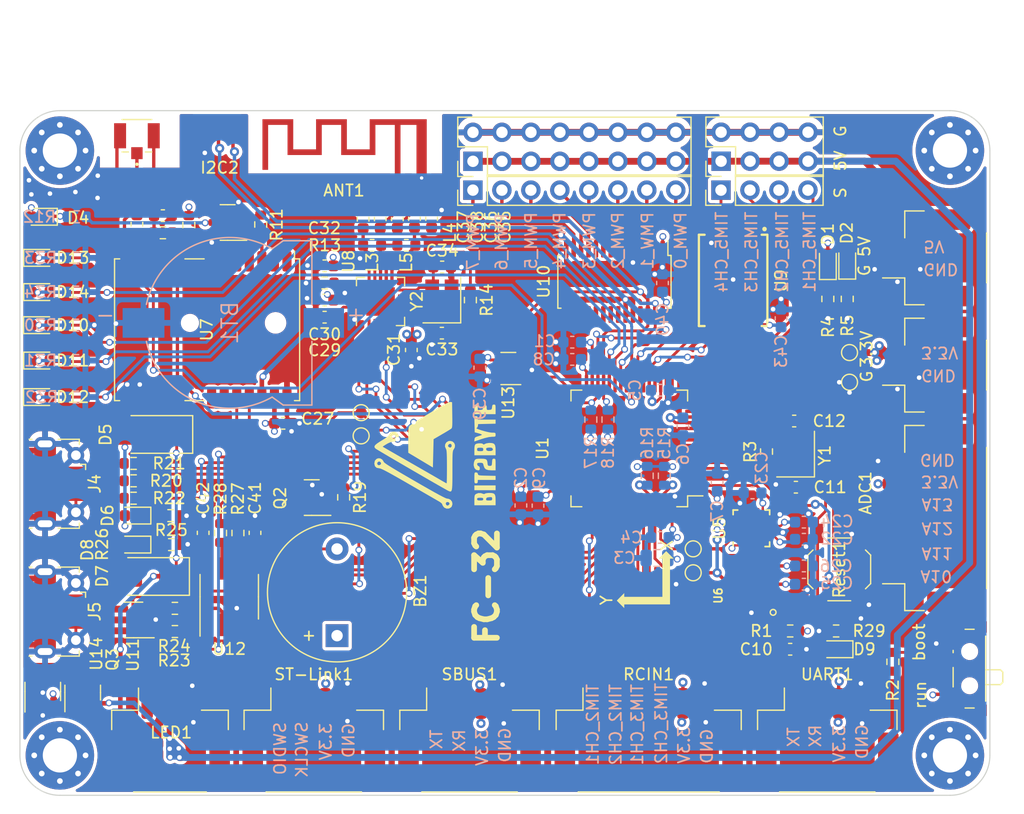
<source format=kicad_pcb>
(kicad_pcb (version 20211014) (generator pcbnew)
  (layers (0 "F.Cu" signal) (1 "In1.Cu" power "3.3V") (2 "In2.Cu" power "GND") (31 "B.Cu" signal) (34 "B.Paste" user) (35 "F.Paste" user) (36 "B.SilkS" user "B.Silkscreen") (37 "F.SilkS" user "F.Silkscreen") (38 "B.Mask" user) (39 "F.Mask" user) (44 "Edge.Cuts" user))
  (net 0 "")
  (net 1 "ADC1_IN10")
  (net 2 "ADC1_IN11")
  (net 3 "ADC1_IN12")
  (net 4 "ADC1_IN13")
  (net 5 "+3V3")
  (net 6 "GND")
  (net 7 "Net-(BOOT1-Pad2)")
  (net 8 "/WirelessCommunication/V_BCKP")
  (net 9 "Net-(BZ1-Pad2)")
  (net 10 "/FC/VCAP_1")
  (net 11 "/FC/VCAP_2")
  (net 12 "NRST")
  (net 13 "HSE_IN")
  (net 14 "Net-(C12-Pad1)")
  (net 15 "Net-(D1-Pad1)")
  (net 16 "+5V")
  (net 17 "Net-(C24-Pad2)")
  (net 18 "Net-(C28-Pad2)")
  (net 19 "Net-(C29-Pad1)")
  (net 20 "Net-(C33-Pad1)")
  (net 21 "Net-(C34-Pad1)")
  (net 22 "Net-(C37-Pad1)")
  (net 23 "Net-(ANT1-Pad1)")
  (net 24 "V_USB")
  (net 25 "Net-(C42-Pad2)")
  (net 26 "Net-(D4-Pad1)")
  (net 27 "Net-(D5-Pad2)")
  (net 28 "Net-(D6-Pad1)")
  (net 29 "Net-(D7-Pad2)")
  (net 30 "Net-(D8-Pad1)")
  (net 31 "Net-(D9-Pad1)")
  (net 32 "LED_PC13")
  (net 33 "Net-(D10-Pad1)")
  (net 34 "LED_1")
  (net 35 "Net-(D11-Pad1)")
  (net 36 "LED_2")
  (net 37 "Net-(D12-Pad1)")
  (net 38 "LED_3")
  (net 39 "Net-(D13-Pad1)")
  (net 40 "LED_4")
  (net 41 "Net-(D14-Pad1)")
  (net 42 "LED_5")
  (net 43 "/WirelessCommunication/RF_IN")
  (net 44 "Net-(J4-Pad2)")
  (net 45 "Net-(J4-Pad4)")
  (net 46 "Net-(J4-Pad3)")
  (net 47 "Net-(J5-Pad2)")
  (net 49 "Net-(J5-Pad3)")
  (net 50 "ANT2")
  (net 51 "ANT1")
  (net 52 "WS2812B")
  (net 53 "TIM5_CH4")
  (net 54 "TIM5_CH3")
  (net 55 "TIM5_CH2")
  (net 56 "TIM5_CH1")
  (net 57 "Net-(Q1-Pad1)")
  (net 58 "Net-(Q1-Pad3)")
  (net 59 "Net-(Q2-Pad1)")
  (net 60 "Net-(Q3-Pad1)")
  (net 61 "BOOT0")
  (net 62 "HSE_OUT")
  (net 63 "GPS_RESET")
  (net 64 "/WirelessCommunication/VCC_RF")
  (net 65 "Net-(R11-Pad1)")
  (net 66 "Net-(R13-Pad2)")
  (net 67 "I2C1_SDA")
  (net 68 "I2C1_SCL")
  (net 69 "I2C2_SDA")
  (net 70 "I2C2_SCL")
  (net 71 "Buzzer")
  (net 72 "USB_DP")
  (net 73 "USB_DM")
  (net 74 "USB_ID")
  (net 75 "Net-(R23-Pad1)")
  (net 76 "Net-(R23-Pad2)")
  (net 77 "Net-(R24-Pad1)")
  (net 78 "Net-(R24-Pad2)")
  (net 79 "Net-(R27-Pad1)")
  (net 80 "UART4_RX")
  (net 81 "Net-(R28-Pad1)")
  (net 82 "UART4_TX")
  (net 83 "Net-(D2-Pad1)")
  (net 84 "TIM3_CH2")
  (net 85 "TIM3_CH1")
  (net 86 "TIM2_CH2")
  (net 87 "TIM2_CH1")
  (net 88 "UART5_TX")
  (net 89 "UART5_RX")
  (net 90 "PWM_7")
  (net 91 "PWM_6")
  (net 92 "PWM_5")
  (net 93 "PWM_4")
  (net 94 "PWM_3")
  (net 95 "PWM_2")
  (net 96 "PWM_1")
  (net 97 "PWM_0")
  (net 98 "SWCLK")
  (net 99 "SWDIO")
  (net 100 "UART6_RX")
  (net 101 "UART6_TX")
  (net 104 "SPI1_CSN")
  (net 105 "SPI1_SCK")
  (net 106 "SPI1_MISO")
  (net 107 "SPI1_MOSI")
  (net 108 "SPI2_SCK")
  (net 109 "SPI2_MISO")
  (net 110 "SPI2_MOSI")
  (net 111 "SPI2_CE")
  (net 112 "SPI2_CSN")
  (net 113 "UART1_TX")
  (net 114 "UART1_RX")
  (net 131 "VDD_PA")
  (footprint "LED_SMD:LED_0603_1608Metric" (layer "F.Cu") (at 193.3 85.275 90)
    (fp_text reference "D2")
    (fp_text value "R")
  )
  (footprint "LED_SMD:LED_0603_1608Metric" (layer "F.Cu") (at 122.6125 93.9)
    (fp_text reference "D11")
    (fp_text value "B")
  )
  (footprint "Capacitor_SMD:C_0603_1608Metric" (layer "F.Cu") (at 147.5 90.1 180)
    (fp_text reference "C29")
    (fp_text value "33nF")
  )
  (footprint "Package_TO_SOT_SMD:SOT-23-6" (layer "F.Cu") (at 130.7595 116.632 180)
    (fp_text reference "U11")
    (fp_text value "USBLC6-2SC6")
  )
  (footprint "Resistor_SMD:R_0603_1608Metric" (layer "F.Cu") (at 192.325 117.6 180)
    (fp_text reference "R29")
    (fp_text value "470R")
  )
  (footprint "Package_SO:SOIC-8_3.9x4.9mm_P1.27mm" (layer "F.Cu") (at 139.1415 114.6 90)
    (fp_text reference "U12")
    (fp_text value "CH330N")
  )
  (footprint "Capacitor_SMD:C_0603_1608Metric" (layer "F.Cu") (at 188.8 105 180)
    (fp_text reference "C11")
    (fp_text value "20pF")
  )
  (footprint "Capacitor_SMD:C_0603_1608Metric" (layer "F.Cu") (at 155.1 92.975 -90)
    (fp_text reference "C31")
    (fp_text value "100nF")
  )
  (footprint "Resistor_SMD:R_0603_1608Metric" (layer "F.Cu") (at 139.9035 109.012 90)
    (fp_text reference "R27")
    (fp_text value "1k")
  )
  (footprint "MountingHole:MountingHole_3mm_Pad_Via" (layer "F.Cu") (at 202.3 128.5 90)
    (fp_text reference "H4")
    (fp_text value "MountingHole")
  )
  (footprint "Resistor_SMD:R_0603_1608Metric" (layer "F.Cu") (at 149.17 105.885 -90)
    (fp_text reference "R19")
    (fp_text value "4.7k")
  )
  (footprint "Connector_Molex:Molex_CLIK-Mate_502494-0270_1x02-1MP_P2.00mm_Horizontal" (layer "F.Cu") (at 200.25 94.3 90)
    (fp_text reference "J6")
    (fp_text value "Conn_01x02")
  )
  (footprint "Resistor_SMD:R_0603_1608Metric" (layer "F.Cu") (at 147.5 87.1)
    (fp_text reference "R13")
    (fp_text value "22k")
  )
  (footprint "Resistor_SMD:R_0603_1608Metric" (layer "F.Cu") (at 133.9985 107.488)
    (fp_text reference "R25")
    (fp_text value "1k")
  )
  (footprint "Resistor_SMD:R_0603_1608Metric" (layer "F.Cu") (at 130.7595 104.44)
    (fp_text reference "R20")
    (fp_text value "22R")
  )
  (footprint "myCustomLibs:ConPadx03" (layer "F.Cu") (at 138.2 73.6 -90)
    (fp_text reference "I2C1")
    (fp_text value "Conn_01x03")
  )
  (footprint "SFA_LOGO:axis_small" (layer "F.Cu") (at 175.6 113.1 90)
    (fp_text reference "G***")
    (fp_text value "LOGO" hide)
  )
  (footprint "Resistor_SMD:R_0603_1608Metric" (layer "F.Cu") (at 191.6 88.5 -90)
    (fp_text reference "R4")
    (fp_text value "470R")
  )
  (footprint "Resistor_SMD:R_0603_1608Metric" (layer "F.Cu") (at 130.7595 102.916)
    (fp_text reference "R21")
    (fp_text value "22R")
  )
  (footprint "Crystal:Crystal_SMD_3225-4Pin_3.2x2.5mm" (layer "F.Cu") (at 157.775 88.6 90)
    (fp_text reference "Y2")
    (fp_text value "16Mhz")
  )
  (footprint "Resistor_SMD:R_0603_1608Metric" (layer "F.Cu") (at 138.3795 109.012 90)
    (fp_text reference "R28")
    (fp_text value "1k")
  )
  (footprint "Capacitor_SMD:C_0603_1608Metric" (layer "F.Cu") (at 152.375 81.5 -90)
    (fp_text reference "C37")
    (fp_text value "1.5pF")
  )
  (footprint "Capacitor_SMD:C_0603_1608Metric" (layer "F.Cu") (at 157.8 85.7)
    (fp_text reference "C34")
    (fp_text value "22pF")
  )
  (footprint "LED_SMD:LED_0603_1608Metric" (layer "F.Cu") (at 122.6125 84.9)
    (fp_text reference "D13")
    (fp_text value "R")
  )
  (footprint "Package_TO_SOT_SMD:SOT-23" (layer "F.Cu") (at 146.37 105.91 180)
    (fp_text reference "Q2")
    (fp_text value "Q_NPN_BEC")
  )
  (footprint "Connector_Molex:Molex_CLIK-Mate_502494-0470_1x04-1MP_P2.00mm_Horizontal" (layer "F.Cu") (at 191.55 126.45)
    (fp_text reference "UART1")
    (fp_text value "Conn_01x04")
  )
  (footprint "Buzzer_Beeper:Buzzer_12x9.5RM7.6" (layer "F.Cu") (at 148.59 118.01 90)
    (fp_text reference "BZ1")
    (fp_text value "Buzzer")
  )
  (footprint "Connector_PinHeader_2.54mm:PinHeader_2x08_P2.54mm_Vertical" (layer "F.Cu") (at 160.5 76.44 90)
    (fp_text reference "POW1")
    (fp_text value "Conn_02x08_Odd_Even")
  )
  (footprint "Resistor_SMD:R_0603_1608Metric" (layer "F.Cu") (at 133.325 82.7 180)
    (fp_text reference "R10")
    (fp_text value "10R")
  )
  (footprint "MountingHole:MountingHole_3mm_Pad_Via" (layer "F.Cu") (at 124.3 75.5 90)
    (fp_text reference "H2")
    (fp_text value "MountingHole")
  )
  (footprint "Package_TO_SOT_SMD:SOT-23-5" (layer "F.Cu") (at 122.8 122.9 90)
    (fp_text reference "U14")
    (fp_text value "LMV321")
  )
  (footprint "Connector_Molex:Molex_CLIK-Mate_502494-0270_1x02-1MP_P2.00mm_Horizontal" (layer "F.Cu") (at 200.25 84.9 90)
    (fp_text reference "J1")
    (fp_text value "Conn_01x02")
  )
  (footprint "W25Q256JVEIQ_TR:SON127P800X600X80-9N" (layer "F.Cu") (at 183.3 86.875 -90)
    (fp_text reference "U9")
    (fp_text value "W25Q256JVEIQ_TR")
  )
  (footprint "Connector_Molex:Molex_CLIK-Mate_502494-0470_1x04-1MP_P2.00mm_Horizontal" (layer "F.Cu") (at 160.2 126.45)
    (fp_text reference "SBUS1")
    (fp_text value "Conn_01x04")
  )
  (footprint "TestPoint:TestPoint_Pad_D1.0mm" (layer "F.Cu") (at 150.7 98.468 90)
    (fp_text reference "TP2")
    (fp_text value "TestPoint")
  )
  (footprint "Resistor_SMD:R_0603_1608Metric" (layer "F.Cu") (at 186.225 101.875 -90)
    (fp_text reference "R3")
    (fp_text value "470R")
  )
  (footprint "Resistor_SMD:R_0603_1608Metric" (layer "F.Cu") (at 141.9 81.975 90)
    (fp_text reference "R11")
    (fp_text value "4.7k")
  )
  (footprint "LED_SMD:LED_0603_1608Metric" (layer "F.Cu") (at 130.785 110.028 180)
    (fp_text reference "D8")
    (fp_text value "B")
  )
  (footprint "Resistor_SMD:R_0603_1608Metric" (layer "F.Cu") (at 130.7595 105.964)
    (fp_text reference "R22")
    (fp_text value "22R")
  )
  (footprint "TestPoint:TestPoint_Pad_D1.0mm" (layer "F.Cu") (at 193.5 95.8 90)
    (fp_text reference "TP3")
    (fp_text value "TestPoint")
  )
  (footprint "LED_SMD:LED_0603_1608Metric" (layer "F.Cu") (at 122.6 90.8)
    (fp_text reference "D10")
    (fp_text value "B")
  )
  (footprint "Sensor_Motion:InvenSense_QFN-24_3x3mm_P0.4mm" (layer "F.Cu") (at 184.9 108.6 90)
    (fp_text reference "U5")
    (fp_text value "MPU-9250")
  )
  (footprint "SFA_LOGO:BIT2BYTE_Small" (layer "F.Cu") (at 157.5 102.2 90)
    (fp_text reference "G***")
    (fp_text value "LOGO" hide)
  )
  (footprint "Package_TO_SOT_SMD:SOT-23" (layer "F.Cu") (at 126.3 123 90)
    (fp_text reference "Q3")
    (fp_text value "AO3401A")
  )
  (footprint "MountingHole:MountingHole_3mm_Pad_Via" (layer "F.Cu") (at 202.3 75.5 90)
    (fp_text reference "H1")
    (fp_text value "MountingHole")
  )
  (footprint "Resistor_SMD:R_0603_1608Metric" (layer "F.Cu") (at 197.3 120.3 90)
    (fp_text reference "R2")
    (fp_text value "10k")
  )
  (footprint "Connector_Molex:Molex_CLIK-Mate_502494-0470_1x04-1MP_P2.00mm_Horizontal" (layer "F.Cu") (at 146.55 126.45)
    (fp_text reference "ST-Link1")
    (fp_text value "Conn_01x04")
  )
  (footprint "Connector_Molex:Molex_CLIK-Mate_502494-0670_1x06-1MP_P2.00mm_Horizontal" (layer "F.Cu") (at 175.9 126.45)
    (fp_text reference "RCIN1")
    (fp_text value "Conn_01x06")
  )
  (footprint "Capacitor_SMD:C_0603_1608Metric" (layer "F.Cu") (at 147.5 85.6 180)
    (fp_text reference "C32")
    (fp_text value "100nF")
  )
  (footprint "Connector_Molex:Molex_CLIK-Mate_502494-0670_1x06-1MP_P2.00mm_Horizontal" (layer "F.Cu") (at 200.25 107.7 90)
    (fp_text reference "ADC1")
    (fp_text value "Conn_01x06")
  )
  (footprint "Connector_PinHeader_2.54mm:PinHeader_1x04_P2.54mm_Vertical" (layer "F.Cu") (at 182.235 78.965 90)
    (fp_text reference "PWM_SIG1")
    (fp_text value "Conn_01x04")
  )
  (footprint "MountingHole:MountingHole_3mm_Pad_Via" (layer "F.Cu") (at 124.3 128.5 90)
    (fp_text reference "H3")
    (fp_text value "MountingHole")
  )
  (footprint "Diode_SMD:D_SMA" (layer "F.Cu") (at 132.2515 112.822 180)
    (fp_text reference "D7")
    (fp_text value "D_Small")
  )
  (footprint "Connector_PinHeader_2.54mm:PinHeader_1x08_P2.54mm_Vertical" (layer "F.Cu") (at 160.495 78.965 90)
    (fp_text reference "SIG1")
    (fp_text value "Conn_01x08")
  )
  (footprint "Resistor_SMD:R_0603_1608Metric" (layer "F.Cu") (at 135.6 82.025 -90)
    (fp_text reference "R9")
    (fp_text value "10k")
  )
  (footprint "TestPoint:TestPoint_Pad_D1.0mm" (layer "F.Cu") (at 179.8 110.4 90)
    (fp_text reference "TP4")
    (fp_text value "TestPoint")
  )
  (footprint "Package_DFN_QFN:QFN-20-1EP_4x4mm_P0.5mm_EP2.5x2.5mm" (layer "F.Cu") (at 152.4 88.725 90)
    (fp_text reference "U8")
    (fp_text value "NRF24L01")
  )
  (footprint "Resistor_SMD:R_0603_1608Metric" (layer "F.Cu") (at 188.3 117.6 180)
    (fp_text reference "R1")
    (fp_text value "10k")
  )
  (footprint "Resistor_SMD:R_0603_1608Metric" (layer "F.Cu") (at 134.3785 117.648)
    (fp_text reference "R23")
    (fp_text value "22R")
  )
  (footprint "Diode_SMD:D_SMA" (layer "F.Cu") (at 132.5375 100.376 180)
    (fp_text reference "D5")
    (fp_text value "D_Small")
  )
  (footprint "Connector_PinHeader_2.54mm:PinHeader_2x04_P2.54mm_Vertical" (layer "F.Cu") (at 182.245 76.43 90)
    (fp_text reference "PWM_POW1")
    (fp_text value "Conn_02x04_Odd_Even")
  )
  (footprint "LED_SMD:LED_0603_1608Metric" (layer "F.Cu") (at 130.785 107.488 180)
    (fp_text reference "D6")
    (fp_text value "B")
  )
  (footprint "Inductor_SMD:L_0603_1608Metric" (layer "F.Cu") (at 154.6625 83.8)
    (fp_text reference "L5")
    (fp_text value "2.7nH")
  )
  (footprint "Button_Switch_SMD:SW_SPDT_PCM12" (layer "F.Cu") (at 203.7 120.9 90)
    (fp_text reference "BOOT1")
    (fp_text value "SW_Push_SPDT")
  )
  (footprint "LED_SMD:LED_0603_1608Metric" (layer "F.Cu") (at 122.6125 87.9)
    (fp_text reference "D14")
    (fp_text value "R")
  )
  (footprint "Inductor_SMD:L_0603_1608Metric" (layer "F.Cu") (at 151.6625 83.8)
    (fp_text reference "L3")
    (fp_text value "8.2nH")
  )
  (footprint "LED_SMD:LED_0603_1608Metric" (layer "F.Cu") (at 191.6 85.3125 90)
    (fp_text reference "D1")
    (fp_text value "R")
  )
  (footprint "Inductor_SMD:L_0603_1608Metric" (layer "F.Cu") (at 131.05 81.9525 90)
    (fp_text reference "L2")
    (fp_text value "27nH")
  )
  (footprint "Capacitor_SMD:C_0603_1608Metric" (layer "F.Cu") (at 133.325 81.2 180)
    (fp_text reference "C28")
    (fp_text value "10nF")
  )
  (footprint "Capacitor_SMD:C_0603_1608Metric" (layer "F.Cu") (at 136.8555 108.999 -90)
    (fp_text reference "C42")
    (fp_text value "100nF")
  )
  (footprint "Resistor_SMD:R_0603_1608Metric" (layer "F.Cu") (at 160.275 88.6 -90)
    (fp_text reference "R14")
    (fp_text value "1M")
  )
  (footprint "Package_SO:TSSOP-28_4.4x9.7mm_P0.65mm" (layer "F.Cu") (at 172.9 87 -90)
    (fp_text reference "U10")
    (fp_text value "PCA9685PW")
  )
  (footprint "PRESSURE-BMP180_LGA7_:LGA7-1.5-3.8X3.6MM" (layer "F.Cu") (at 184.9 113.425 -90)
    (property "VALUE" "BMP18")
    (fp_text reference "U6")
    (fp_text value "PRESSURE-BMP180(LGA7)")
  )
  (footprint "Resistor_SMD:R_0603_1608Metric" (layer "F.Cu") (at 134.3785 115.616)
    (fp_text reference "R24")
    (fp_text value "22R")
  )
  (footprint "Resistor_SMD:R_0603_1608Metric" (layer "F.Cu") (at 193.3 88.5 -90)
    (fp_text reference "R5")
    (fp_text value "1k")
  )
  (footprint "Connector_Molex:Molex_CLIK-Mate_502494-0370_1x03-1MP_P2.00mm_Horizontal" (layer "F.Cu") (at 133.95 126.45)
    (fp_text reference "LED1")
    (fp_text value "Conn_01x03")
  )
  (footprint "TestPoint:TestPoint_Pad_D1.0mm" (layer "F.Cu") (at 193.5 93.2 90)
    (fp_text reference "TP5")
    (fp_text value "TestPoint")
  )
  (footprint "Inductor_SMD:L_0603_1608Metric" (layer "F.Cu") (at 150.875 81.5125 90)
    (fp_text reference "L4")
    (fp_text value "3.9nH")
  )
  (footprint "LED_SMD:LED_0603_1608Metric" (layer "F.Cu") (at 192.3125 119.2 180)
    (fp_text reference "D9")
    (fp_text value "R")
  )
  (footprint "Package_QFP:LQFP-64_10x10mm_P0.5mm" (layer "F.Cu") (at 174.2 101.6 180)
    (fp_text reference "U1")
    (fp_text value "STM32F405RGTx")
  )
  (footprint "Capacitor_SMD:C_0603_1608Metric" (layer "F.Cu") (at 143.875 99.4 180)
    (fp_text reference "C27")
    (fp_text value "1uF")
  )
  (footprint "RF_GPS:ublox_NEO" (layer "F.Cu") (at 137.2 91.2 -90)
    (fp_text reference "U7")
    (fp_text value "NEO-8Q")
  )
  (footprint "Package_TO_SOT_SMD:SOT-23" (layer "F.Cu") (at 139 81.8 180)
    (fp_text reference "Q1")
    (fp_text value "Q_NPN_BEC")
  )
  (footprint "Button_Switch_SMD:SW_SPST_TL3342" (layer "F.Cu") (at 192.6 112.2 -90)
    (fp_text reference "Reset1")
    (fp_text value "SW_Push")
  )
  (footprint "Capacitor_SMD:C_0603_1608Metric" (layer "F.Cu") (at 156.875 81.475 90)
    (fp_text reference "C35")
    (fp_text value "2.2nF")
  )
  (footprint "Sensor_Humidity:Sensirion_DFN-8-1EP_2.5x2.5mm_P0.5mm_EP1.1x1.7mm" (layer "F.Cu") (at 163.6 94.6 180)
    (fp_text reference "U13")
    (fp_text value "SHT31-DIS")
  )
  (footprint "Capacitor_SMD:C_0603_1608Metric" (layer "F.Cu") (at 155.375 81.475 90)
    (fp_text reference "C36")
    (fp_text value "4.7pF")
  )
  (footprint "Connector_USB:USB_Micro-B_Molex-105017-0001" (layer "F.Cu") (at 124.2415 104.7 -90)
    (fp_text reference "J4")
    (fp_text value "USB_B_Micro")
  )
  (footprint "U:HRS_U.FL-R-SMT(10)" (layer "F.Cu") (at 131.05 74.2 90)
    (fp_text reference "J2")
    (fp_text value "U.FL-R-SMT(10)")
  )
  (footprint "LED_SMD:LED_0603_1608Metric" (layer "F.Cu") (at 122.5875 81.3 180)
    (fp_text reference "D4")
    (fp_text value "G")
  )
  (footprint "TestPoint:TestPoint_Pad_D1.0mm" (layer "F.Cu") (at 179.8 112.5 90)
    (fp_text reference "TP6")
    (fp_text value "TestPoint")
  )
  (footprint "Capacitor_SMD:C_0603_1608Metric" (layer "F.Cu") (at 141.4 109 -90)
    (fp_text reference "C41")
    (fp_text value "100nF")
  )
  (footprint "Capacitor_SMD:C_0603_1608Metric" (layer "F.Cu") (at 188.65 99.2)
    (fp_text reference "C12")
    (fp_text value "20pF")
  )
  (footprint "LED_SMD:LED_0603_1608Metric" (layer "F.Cu") (at 122.6 97.1)
    (fp_text reference "D12")
    (fp_text value "R")
  )
  (footprint "Crystal:Crystal_SMD_3225-4Pin_3.2x2.5mm" (layer "F.Cu") (at 188.775 102.1 90)
    (fp_text reference "Y1")
    (fp_text value "16Mhz")
  )
  (footprint "TestPoint:TestPoint_Pad_D1.0mm" (layer "F.Cu") (at 150.7 100.5 90)
    (fp_text reference "TP1")
    (fp_text value "TestPoint")
  )
  (footprint "Resistor_SMD:R_0603_1608Metric" (layer "F.Cu") (at 134.0615 110.028)
    (fp_text reference "R26")
    (fp_text value "1k")
  )
  (footprint "Capacitor_SMD:C_0603_1608Metric" (layer "F.Cu") (at 153.875 81.5 -90)
    (fp_text reference "C38")
    (fp_text value "1pF")
  )
  (footprint "Connector_USB:USB_Micro-B_Molex-105017-0001" (layer "F.Cu") (at 124.2375 115.9 -90)
    (fp_text reference "J5")
    (fp_text value "USB_B_Micro")
  )
  (footprint "Capacitor_SMD:C_0603_1608Metric" (layer "F.Cu") (at 188.3 119.2)
    (fp_text reference "C10")
    (fp_text value "100nF")
  )
  (footprint "Capacitor_SMD:C_0603_1608Metric" (layer "F.Cu") (at 147.5 88.6 180)
    (fp_text reference "C30")
    (fp_text value "100nF")
  )
  (footprint "RF_Antenna:Texas_SWRA117D_2.4GHz_Left" (layer "F.Cu") (at 153.9 77.9)
    (fp_text reference "ANT1")
    (fp_text value "SWRA117D")
  )
  (footprint "Capacitor_SMD:C_0603_1608Metric" (layer "F.Cu") (at 157.775 91.5 180)
    (fp_text reference "C33")
    (fp_text value "22pF")
  )
  (footprint "Capacitor_SMD:C_0603_1608Metric" (layer "B.Cu") (at 166.2 106.616666 -90)
    (fp_text reference "C9")
    (fp_text value "100nF")
  )
  (footprint "Resistor_SMD:R_0603_1608Metric" (layer "B.Cu") (at 175.77 104 -90)
    (fp_text reference "R16")
    (fp_text value "4.7k")
  )
  (footprint "Capacitor_SMD:C_0603_1608Metric" (layer "B.Cu") (at 176.875 96.5)
    (fp_text reference "C5")
    (fp_text value "100nF")
  )
  (footprint "Capacitor_SMD:C_0603_1608Metric" (layer "B.Cu") (at 176.875 109.4 180)
    (fp_text reference "C4")
    (fp_text value "100nF")
  )
  (footprint "Capacitor_SMD:C_0805_2012Metric" (layer "B.Cu") (at 176.625 111.2 180)
    (fp_text reference "C3")
    (fp_text value "4.7uF")
  )
  (footprint "Resistor_SMD:R_0603_1608Metric" (layer "B.Cu") (at 125.7 90.8)
    (fp_text reference "R30")
    (fp_text value "470R")
  )
  (footprint "Capacitor_SMD:C_0603_1608Metric" (layer "B.Cu") (at 189.5 109.562 180)
    (fp_text reference "C22")
    (fp_text value "10nF")
  )
  (footprint "Capacitor_SMD:C_0603_1608Metric" (layer "B.Cu") (at 189.5 108.062 180)
    (fp_text reference "C24")
    (fp_text value "100nF")
  )
  (footprint "Capacitor_SMD:C_0603_1608Metric" (layer "B.Cu") (at 189.5 111.9 180)
    (fp_text reference "C26")
    (fp_text value "100nF")
  )
  (footprint "Resistor_SMD:R_0603_1608Metric" (layer "B.Cu") (at 125.7125 87.9)
    (fp_text reference "R34")
    (fp_text value "470R")
  )
  (footprint "Capacitor_SMD:C_0603_1608Metric" (layer "B.Cu") (at 185 105.5)
    (fp_text reference "C23")
    (fp_text value "100nF")
  )
  (footprint "Capacitor_SMD:C_0603_1608Metric" (layer "B.Cu") (at 178.9 99.675 -90)
    (fp_text reference "C6")
    (fp_text value "100nF")
  )
  (footprint "Capacitor_SMD:C_0603_1608Metric" (layer "B.Cu") (at 177.11 87.105 90)
    (fp_text reference "C40")
    (fp_text value "100nF")
  )
  (footprint "Capacitor_SMD:C_0603_1608Metric" (layer "B.Cu") (at 169.2 93.8 180)
    (fp_text reference "C8")
    (fp_text value "100nF")
  )
  (footprint "Capacitor_SMD:C_0603_1608Metric" (layer "B.Cu") (at 181.9 104.575 90)
    (fp_text reference "C7")
    (fp_text value "100nF")
  )
  (footprint "Resistor_SMD:R_0603_1608Metric" (layer "B.Cu") (at 125.7 97.1)
    (fp_text reference "R32")
    (fp_text value "470R")
  )
  (footprint "Resistor_SMD:R_0603_1608Metric" (layer "B.Cu") (at 177.27 104 -90)
    (fp_text reference "R15")
    (fp_text value "4.7k")
  )
  (footprint "Resistor_SMD:R_0603_1608Metric" (layer "B.Cu") (at 125.7125 93.9)
    (fp_text reference "R31")
    (fp_text value "470R")
  )
  (footprint "Capacitor_SMD:C_0603_1608Metric" (layer "B.Cu") (at 169.2 92.29119 180)
    (fp_text reference "C1")
    (fp_text value "2.2uF")
  )
  (footprint "Battery holder CR:BAT_BC501SM" (layer "B.Cu") (at 139.2 90.6)
    (fp_text reference "BT1")
    (fp_text value "BC501SM")
  )
  (footprint "Capacitor_SMD:C_0603_1608Metric" (layer "B.Cu") (at 189.5 113.5 180)
    (fp_text reference "C25")
    (fp_text value "100nF")
  )
  (footprint "Capacitor_SMD:C_0603_1608Metric" (layer "B.Cu") (at 187.5 90.2 -90)
    (fp_text reference "C43")
    (fp_text value "100nF")
  )
  (footprint "Resistor_SMD:R_0603_1608Metric" (layer "B.Cu") (at 172.33 99.075 90)
    (fp_text reference "R18")
    (fp_text value "4.7k")
  )
  (footprint "Capacitor_SMD:C_0603_1608Metric" (layer "B.Cu") (at 161.1 94.525 90)
    (fp_text reference "C39")
    (fp_text value "100nF")
  )
  (footprint "Resistor_SMD:R_0603_1608Metric" (layer "B.Cu") (at 170.83 99.075 90)
    (fp_text reference "R17")
    (fp_text value "4.7k")
  )
  (footprint "Capacitor_SMD:C_0603_1608Metric" (layer "B.Cu") (at 164.7 106.6 -90)
    (fp_text reference "C2")
    (fp_text value "2.2uF")
  )
  (footprint "Resistor_SMD:R_0603_1608Metric" (layer "B.Cu") (at 125.775 81.3)
    (fp_text reference "R12")
    (fp_text value "470R")
  )
  (footprint "Resistor_SMD:R_0603_1608Metric" (layer "B.Cu") (at 125.7125 84.9)
    (fp_text reference "R33")
    (fp_text value "470R")
  )
  (gr_arc (start 120.8 75.5) (mid 121.825126 73.025126) (end 124.3 72) (layer "Edge.Cuts") (width 0.1))
  (gr_line (start 205.8 75.5) (end 205.800001 128.5) (layer "Edge.Cuts") (width 0.1))
  (gr_line (start 120.800001 128.5) (end 120.8 75.5) (layer "Edge.Cuts") (width 0.1))
  (gr_arc (start 202.3 72) (mid 204.774874 73.025126) (end 205.8 75.5) (layer "Edge.Cuts") (width 0.1))
  (gr_arc (start 124.300001 132) (mid 121.825127 130.974874) (end 120.800001 128.5) (layer "Edge.Cuts") (width 0.1))
  (gr_line (start 202.300001 132) (end 124.300001 132) (layer "Edge.Cuts") (width 0.1))
  (gr_arc (start 205.800001 128.5) (mid 204.774875 130.974874) (end 202.300001 132) (layer "Edge.Cuts") (width 0.1))
  (gr_line (start 124.3 72) (end 202.3 72) (layer "Edge.Cuts") (width 0.1))
  (gr_text "PWM_0" (at 178.7 83.4 90) (layer "B.SilkS") (effects (font (size 1 1)) (justify mirror)))
  (gr_text "PMW_1" (at 175.8 83.4 90) (layer "B.SilkS") (effects (font (size 1 1)) (justify mirror)))
  (gr_text "A10" (at 201.1 112.8 180) (layer "B.SilkS") (effects (font (size 1 1)) (justify mirror)))
  (gr_text "A13" (at 201.2 106.5 180) (layer "B.SilkS") (effects (font (size 1 1)) (justify mirror)))
  (gr_text "GND" (at 194.6 127.3 90) (layer "B.SilkS") (effects (font (size 1 1)) (justify mirror)))
  (gr_text "GND" (at 201.5 85.9 180) (layer "B.SilkS") (effects (font (size 1 1)) (justify mirror)))
  (gr_text "PWM_5" (at 165.6 83.4 90) (layer "B.SilkS") (effects (font (size 1 1)) (justify mirror)))
  (gr_text "5V" (at 200.9 83.9 180) (layer "B.SilkS") (effects (font (size 1 1)) (justify mirror)))
  (gr_text "TIM5_CH3" (at 184.9 84.4 90) (layer "B.SilkS") (effects (font (size 1 1)) (justify mirror)))
  (gr_text "PWM_3" (at 170.7 83.4 90) (layer "B.SilkS") (effects (font (size 1 1)) (justify mirror)))
  (gr_text "GND" (at 201.3 95.2 180) (layer "B.SilkS") (effects (font (size 1 1)) (justify mirror)))
  (gr_text "A12" (at 201.2 108.6 180) (layer "B.SilkS") (effects (font (size 1 1)) (justify mirror)))
  (gr_text "TX" (at 157.3 127.1 90) (layer "B.SilkS") (effects (font (size 1 1)) (justify mirror)))
  (gr_text "RX" (at 159.3 127.2 90) (layer "B.SilkS") (effects (font (size 1 1)) (justify mirror)))
  (gr_text "3.3V" (at 161.3 127.8 90) (layer "B.SilkS") (effects (font (size 1 1)) (justify mirror)))
  (gr_text "3.3V" (at 192.6 127.5 90) (layer "B.SilkS") (effects (font (size 1 1)) (justify mirror)))
  (gr_text "GND" (at 181 127.7 90) (layer "B.SilkS") (effects (font (size 1 1)) (justify mirror)))
  (gr_text "TIM3_CH2" (at 177 125.7 90) (layer "B.SilkS") (effects (font (size 1 1)) (justify mirror)))
  (gr_text "3.3V" (at 147.6 127.3 90) (layer "B.SilkS") (effects (font (size 1 1)) (justify mirror)))
  (gr_text "A11" (at 201.2 110.8 180) (layer "B.SilkS") (effects (font (size 1 1)) (justify mirror)))
  (gr_text "SWDIO" (at 143.6 127.9 90) (layer "B.SilkS") (effects (font (size 1 1)) (justify mirror)))
  (gr_text "TIM5_CH4" (at 182.3 84.4 90) (layer "B.SilkS") (effects (font (size 1 1)) (justify mirror)))
  (gr_text "TX" (at 188.6 126.9 90) (layer "B.SilkS") (effects (font (size 1 1)) (justify mirror)))
  (gr_text "PWM_4" (at 168.1 83.4 90) (layer "B.SilkS") (effects (font (size 1 1)) (justify mirror)))
  (gr_text "TIM3_CH1" (at 174.9 125.8 90) (layer "B.SilkS") (effects (font (size 1 1)) (justify mirror)))
  (gr_text "PWM_6" (at 163 83.5 90) (layer "B.SilkS") (effects (font (size 1 1)) (justify mirror)))
  (gr_text "TIM5_CH2" (at 187.6 84.4 90) (layer "B.SilkS") (effects (font (size 1 1)) (justify mirror)))
  (gr_text "3.3V" (at 179 127.6 90) (layer "B.SilkS") (effects (font (size 1 1)) (justify mirror)))
  (gr_text "RX" (at 190.5 126.8 90) (layer "B.SilkS") (effects (font (size 1 1)) (justify mirror)))
  (gr_text "SWCLK" (at 145.5 128 90) (layer "B.SilkS") (effects (font (size 1 1)) (justify mirror)))
  (gr_text "GND" (at 201.2 102.6 180) (layer "B.SilkS") (effects (font (size 1 1)) (justify mirror)))
  (gr_text "3.3V" (at 201.4 93.2 180) (layer "B.SilkS") (effects (font (size 1 1)) (justify mirror)))
  (gr_text "PWM_7" (at 160.5 83.5 90) (layer "B.SilkS") (effects (font (size 1 1)) (justify mirror)))
  (gr_text "GND" (at 163.3 127.6 90) (layer "B.SilkS") (effects (font (size 1 1)) (justify mirror)))
  (gr_text "TIM2_CH1" (at 171 125.8 90) (layer "B.SilkS") (effects (font (size 1 1)) (justify mirror)))
  (gr_text "3.3V" (at 201.4 104.5 180) (layer "B.SilkS") (effects (font (size 1 1)) (justify mirror)))
  (gr_text "TIM5_CH1" (at 190 84.4 90) (layer "B.SilkS") (effects (font (size 1 1)) (justify mirror)))
  (gr_text "GND" (at 149.6 127.2 90) (layer "B.SilkS") (effects (font (size 1 1)) (justify mirror)))
  (gr_text "TIM2_CH2" (at 173 125.8 90) (layer "B.SilkS") (effects (font (size 1 1)) (justify mirror)))
  (gr_text "PWM_2" (at 173.2 83.4 90) (layer "B.SilkS") (effects (font (size 1 1)) (justify mirror)))
  (gr_text "G" (at 195 95.3 90) (layer "F.SilkS") (effects (font (size 1 1))))
  (gr_text "5V" (at 192.7 76.4 90) (layer "F.SilkS") (effects (font (size 1 1))))
  (gr_text "X" (at 177.5 110.1 90) (layer "F.SilkS") (effects (font (size 1 1))))
  (gr_text "G" (at 194.8 86 90) (layer "F.SilkS") (effects (font (size 1 1))))
  (gr_text "3.3V" (at 195 92.9 90) (layer "F.SilkS") (effects (font (size 1 1))))
  (gr_text "G" (at 192.7 73.8 90) (layer "F.SilkS") (effects (font (size 1 1))))
  (gr_text "run" (at 199.7 123.2 90) (layer "F.SilkS") (effects (font (size 1 1))))
  (gr_text "Y" (at 172.2 114.9 90) (layer "F.SilkS") (effects (font (size 1 1))))
  (gr_text "S" (at 192.7 79.2 90) (layer "F.SilkS") (effects (font (size 1 1))))
  (gr_text "I2C2" (at 138.3 77) (layer "F.SilkS") (effects (font (size 1 1))))
  (gr_text "FC-32" (at 161.7 113.67 90) (layer "F.SilkS") (effects (font (size 2 2) (thickness 0.5))))
  (gr_text "5V" (at 194.8 83.9 90) (layer "F.SilkS") (effects (font (size 1 1))))
  (gr_text "boot" (at 199.6 118.6 90) (layer "F.SilkS") (effects (font (size 1 1))))
  (segment (start 193 112.7) (end 197.75 112.7) (width 0.25) (layer "F.Cu") (net 1))
  (segment (start 179.875 101.85) (end 182.25 101.85) (width 0.25) (layer "F.Cu") (net 1))
  (segment (start 189.3 96.5) (end 192.1 99.3) (width 0.25) (layer "F.Cu") (net 1))
  (segment (start 182.25 101.85) (end 187.6 96.5) (width 0.25) (layer "F.Cu") (net 1))
  (segment (start 187.6 96.5) (end 189.3 96.5) (width 0.25) (layer "F.Cu") (net 1))
  (segment (start 192.1 99.3) (end 192.1 111.8) (width 0.25) (layer "F.Cu") (net 1))
  (segment (start 192.1 111.8) (end 193 112.7) (width 0.25) (layer "F.Cu") (net 1))
  (segment (start 192.8 99.1) (end 192.8 110.4) (width 0.25) (layer "F.Cu") (net 2))
  (segment (start 182.05 101.35) (end 187.40096 95.99904) (width 0.25) (layer "F.Cu") (net 2))
  (segment (start 193.2 110.8) (end 197.65 110.8) (width 0.25) (layer "F.Cu") (net 2))
  (segment (start 192.8 110.4) (end 193.2 110.8) (width 0.25) (layer "F.Cu") (net 2))
  (segment (start 179.875 101.35) (end 182.05 101.35) (width 0.25) (layer "F.Cu") (net 2))
  (segment (start 189.69904 95.99904) (end 192.8 99.1) (width 0.25) (layer "F.Cu") (net 2))
  (segment (start 197.65 110.8) (end 197.75 110.7) (width 0.25) (layer "F.Cu") (net 2))
  (segment (start 187.40096 95.99904) (end 189.69904 95.99904) (width 0.25) (layer "F.Cu") (net 2))
  (segment (start 193.3 105.8) (end 196.2 108.7) (width 0.25) (layer "F.Cu") (net 3))
  (segment (start 193.3 98.8) (end 193.3 105.8) (width 0.25) (layer "F.Cu") (net 3))
  (segment (start 179.875 100.85) (end 181.914282 100.85) (width 0.25) (layer "F.Cu") (net 3))
  (segment (start 181.914282 100.85) (end 187.214762 95.54952) (width 0.25) (layer "F.Cu") (net 3))
  (segment (start 190.04952 95.54952) (end 193.3 98.8) (width 0.25) (layer "F.Cu") (net 3))
  (segment (start 196.2 108.7) (end 197.75 108.7) (width 0.25) (layer "F.Cu") (net 3))
  (segment (start 187.214762 95.54952) (end 190.04952 95.54952) (width 0.25) (layer "F.Cu") (net 3))
  (segment (start 195.4 106.7) (end 193.9 105.2) (width 0.25) (layer "F.Cu") (net 4))
  (segment (start 193.9 105.2) (end 193.9 98.7) (width 0.25) (layer "F.Cu") (net 4))
  (segment (start 187.028564 95.1) (end 181.778564 100.35) (width 0.25) (layer "F.Cu") (net 4))
  (segment (start 197.75 106.7) (end 195.4 106.7) (width 0.25) (layer "F.Cu") (net 4))
  (segment (start 181.778564 100.35) (end 179.875 100.35) (width 0.25) (layer "F.Cu") (net 4))
  (segment (start 193.9 98.7) (end 190.3 95.1) (width 0.25) (layer "F.Cu") (net 4))
  (segment (start 190.3 95.1) (end 187.028564 95.1) (width 0.25) (layer "F.Cu") (net 4))
  (segment (start 151.4 86) (end 151 85.6) (width 0.25) (layer "F.Cu") (net 5))
  (segment (start 155.1 92.2) (end 155.1 92) (width 0.25) (layer "F.Cu") (net 5))
  (segment (start 162.03 93.85) (end 161.8 93.62) (width 0.25) (layer "F.Cu") (net 5))
  (segment (start 148.4 88.725) (end 148.275 88.6) (width 0.25) (layer "F.Cu") (net 5))
  (segment (start 148.275 84.875) (end 148.25 84.85) (width 0.29) (layer "F.Cu") (net 5))
  (segment (start 123.75 123.15) (end 123.7 123.1) (width 0.4) (layer "F.Cu") (net 5))
  (segment (start 192.55 122.05) (end 192.6 122) (width 0.3) (layer "F.Cu") (net 5))
  (segment (start 155.2 89.4) (end 155.2 92.1) (width 0.25) (layer "F.Cu") (net 5))
  (segment (start 147.55 123.95) (end 147.55 122.25) (width 0.3) (layer "F.Cu") (net 5))
  (segment (start 192.55 123.95) (end 192.55 125.55) (width 0.3) (layer "F.Cu") (net 5))
  (segment (start 154.3375 89.225) (end 155.025 89.225) (width 0.25) (layer "F.Cu") (net 5))
  (segment (start 178 108.7) (end 177.95 108.65) (width 0.25) (layer "F.Cu") (net 5))
  (segment (start 135.6 80.45) (end 135.61 80.44) (width 0.29) (layer "F.Cu") (net 5))
  (segment (start 147.55 122.25) (end 147.6 122.2) (width 0.3) (layer "F.Cu") (net 5))
  (segment (start 196.5 93.3) (end 195.9 93.9) (width 0.6) (layer "F.Cu") (net 5))
  (segment (start 177.95 108.65) (end 177.95 107.275) (width 0.25) (layer "F.Cu") (net 5))
  (segment (start 179.875 99.35) (end 178.25 99.35) (width 0.25) (layer "F.Cu") (net 5))
  (segment (start 161.2 123.95) (end 161.2 125.7) (width 0.3) (layer "F.Cu") (net 5))
  (segment (start 191.6 84.525) (end 191.6 83.6) (width 0.3) (layer "F.Cu") (net 5))
  (segment (start 176.95 97.15) (end 176.95 95.925) (width 0.25) (layer "F.Cu") (net 5))
  (segment (start 197.75 93.3) (end 196.5 93.3) (width 0.6) (layer "F.Cu") (net 5))
  (segment (start 178.25 99.35) (end 177.8 98.9) (width 0.25) (layer "F.Cu") (net 5))
  (segment (start 182 108.8) (end 181.9 108.7) (width 0.2) (layer "F.Cu") (net 5))
  (segment (start 148.275 88.6) (end 148.23 88.6) (width 0.29) (layer "F.Cu") (net 5))
  (segment (start 148.275 85.6) (end 148.275 84.875) (width 0.29) (layer "F.Cu") (net 5))
  (segment (start 151 85.6) (end 148.275 85.6) (width 0.25) (layer "F.Cu") (net 5))
  (segment (start 155.2 92.1) (end 155.1 92.2) (width 0.25) (layer "F.Cu") (net 5))
  (segment (start 185.9 107.1) (end 185.9 106.4) (width 0.2) (layer "F.Cu") (net 5))
  (segment (start 177.125 83.045) (end 177.14 83.03) (width 0.25) (layer "F.Cu") (net 5))
  (segment (start 197.75 93.3) (end 196.8 93.3) (width 0.6) (layer "F.Cu") (net 5))
  (segment (start 155.1 92) (end 154.7 91.6) (width 0.25) (layer "F.Cu") (net 5))
  (segment (start 178.9 125.5) (end 178.8 125.6) (width 0.3) (layer "F.Cu") (net 5))
  (segment (start 193.5 93.2) (end 195.7 93.2) (width 0.6) (layer "F.Cu") (net 5))
  (segment (start 183.4 108.8) (end 182 108.8) (width 0.2) (layer "F.Cu") (net 5))
  (segment (start 135.6 81.2) (end 135.6 80.45) (width 0.29) (layer "F.Cu") (net 5))
  (segment (start 121.8 81.3) (end 121.8 80.5) (width 0.29) (layer "F.Cu") (net 5))
  (segment (start 176.2 97.5) (end 176.6 97.5) (width 0.25) (layer "F.Cu") (net 5))
  (segment (start 162.425 93.85) (end 162.03 93.85) (width 0.25) (layer "F.Cu") (net 5))
  (segment (start 202.27 123.15) (end 200.85 123.15) (width 0.3) (layer "F.Cu") (net 5))
  (segment (start 186.425 111.9) (end 186.4 111.925) (width 0.3) (layer "F.Cu") (net 5))
  (segment (start 143.1 97.2) (end 143.1 99.4) (width 0.4) (layer "F.Cu") (net 5))
  (segment (start 183.4505 110.1) (end 183.9 110.1) (width 0.2) (layer "F.Cu") (net 5))
  (segment (start 189.125 117.6) (end 189.825 117.6) (width 0.25) (layer "F.Cu") (net 5))
  (segment (start 155.1 92.2) (end 155.1 92.1) (width 0.25) (layer "F.Cu") (net 5))
  (segment (start 195.8 93.3) (end 197.75 93.3) (width 0.6) (layer "F.Cu") (net 5))
  (segment (start 181.9 106) (end 181.25 105.35) (width 0.25) (layer "F.Cu") (net 5))
  (segment (start 155.1 92.1) (end 155.6 91.6) (width 0.25) (layer "F.Cu") (net 5))
  (segment (start 167.25 105.35) (end 166.9 105.7) (width 0.25) (layer "F.Cu") (net 5))
  (segment (start 192.55 125.55) (end 192.5 125.6) (width 0.3) (layer "F.Cu") (net 5))
  (segment (start 187.9 113.5) (end 186.475 113.5) (width 0.3) (layer "F.Cu") (net 5))
  (segment (start 170.45 94.85) (end 170.45 95.925) (width 0.25) (layer "F.Cu") (net 5))
  (segment (start 192.55 123.95) (end 192.55 122.05) (width 0.3) (layer "F.Cu") (net 5))
  (segment (start 195.7 93.2) (end 195.8 93.3) (width 0.6) (layer "F.Cu") (net 5))
  (segment (start 185.205 90.77) (end 186.47 90.77) (width 0.3) (layer "F.Cu") (net 5))
  (segment (start 178.9 123.95) (end 178.9 125.5) (width 0.3) (layer "F.Cu") (net 5))
  (segment (start 200.85 123.15) (end 200.8 123.2) (width 0.3) (layer "F.Cu") (net 5))
  (segment (start 177.125 89.8625) (end 177.125 89.115) (width 0.25) (layer "F.Cu") (net 5))
  (segment (start 123.75 124.0375) (end 123.75 123.15) (width 0.4) (layer "F.Cu") (net 5))
  (segment (start 186.4 109.2) (end 186.8 109.2) (width 0.2) (layer "F.Cu") (net 5))
  (segment (start 161.2 123.95) (end 161.2 122.4) (width 0.3) (layer "F.Cu") (net 5))
  (segment (start 161.2 122.4) (end 161.1 122.3) (width 0.3) (layer "F.Cu") (net 5))
  (segment (start 177.125 89.115) (end 177.45 88.79) (width 0.25) (layer "F.Cu") (net 5))
  (segment (start 186.47 90.77) (end 186.5 90.8) (width 0.3) (layer "F.Cu") (net 5))
  (segment (start 197.75 104.7) (end 196 104.7) (width 0.3) (layer "F.Cu") (net 5))
  (segment (start 188 111.9) (end 186.425 111.9) (width 0.3) (layer "F.Cu") (net 5))
  (segment (start 186.475 113.5) (end 186.4 113.425) (width 0.3) (layer "F.Cu") (net 5))
  (segment (start 148.23 88.6) (end 147.74 88.11) (width 0.29) (layer "F.Cu") (net 5))
  (segment (start 176.6 97.5) (end 176.95 97.15) (width 0.25) (layer "F.Cu") (net 5))
  (segment (start 151.4 86.7875) (end 151.4 86) (width 0.25) (layer "F.Cu") (net 5))
  (segment (start 183.2 110.3505) (end 183.4505 110.1) (width 0.2) (layer "F.Cu") (net 5))
  (segment (start 143.1 99.4) (end 143.1 100.1) (width 0.4) (layer "F.Cu") (net 5))
  (segment (start 170.1 94.5) (end 170.45 94.85) (width 0.25) (layer "F.Cu") (net 5))
  (segment (start 181.25 105.35) (end 179.875 105.35) (width 0.25) (layer "F.Cu") (net 5))
  (segment (start 186.8 109.2) (end 187.4 109.8) (width 0.2) (layer "F.Cu") (net 5))
  (segment (start 196.8 93.3) (end 196.1 92.6) (width 0.6) (layer "F.Cu") (net 5))
  (segment (start 178.9 123.95) (end 178.9 122.1) (width 0.3) (layer "F.Cu") (net 5))
  (segment (start 177.125 84.1375) (end 177.125 83.045) (width 0.25) (layer "F.Cu") (net 5))
  (segment (start 150.4625 88.725) (end 148.4 88.725) (width 0.25) (layer "F.Cu") (net 5))
  (segment (start 155.025 89.225) (end 155.2 89.4) (width 0.25) (layer "F.Cu") (net 5))
  (segment (start 168.525 105.35) (end 167.25 105.35) (width 0.25) (layer "F.Cu") (net 5))
  (segment (start 143.1 99.4) (end 142.3 99.4) (width 0.4) (layer "F.Cu") (net 5))
  (via (at 186.5 90.8) (size 0.6) (drill 0.4) (layers "F.Cu" "B.Cu") (net 5))
  (via (at 143.1 100.1) (size 0.6) (drill 0.4) (layers "F.Cu" "B.Cu") (net 5))
  (via (at 188 111.9) (size 0.6) (drill 0.4) (layers "F.Cu" "B.Cu") (net 5))
  (via (at 177.14 83.03) (size 0.6) (drill 0.4) (layers "F.Cu" "B.Cu") (net 5))
  (via (at 178.4 111.3) (size 0.6) (drill 0.4) (layers "F.Cu" "B.Cu") (net 5))
  (via (at 161.1 122.3) (size 0.8) (drill 0.4) (layers "F.Cu" "B.Cu") (net 5))
  (via (at 192.5 125.6) (size 0.8) (drill 0.4) (layers "F.Cu" "B.Cu") (net 5))
  (via (at 178.4 109.4) (size 0.6) (drill 0.4) (layers "F.Cu" "B.Cu") (net 5))
  (via (at 147.6 122.2) (size 0.8) (drill 0.4) (layers "F.Cu" "B.Cu") (net 5))
  (via (at 191.6 83.6) (size 0.6) (drill 0.4) (layers "F.Cu" "B.Cu") (net 5))
  (via (at 121.8 80.5) (size 0.6) (drill 0.4) (layers "F.Cu" "B.Cu") (net 5))
  (via (at 172.3 100.6) (size 0.6) (drill 0.4) (layers "F.Cu" "B.Cu") (net 5))
  (via (at 166.9 105.7) (size 0.6) (drill 0.4) (layers "F.Cu" "B.Cu") (net 5))
  (via (at 154.7 91.6) (size 0.8) (drill 0.4) (layers "F.Cu" "B.Cu") (net 5))
  (via (at 155.6 91.6) (size 0.8) (drill 0.4) (layers "F.Cu" "B.Cu") (net 5))
  (via (at 123.7 123.1) (size 0.6) (drill 0.4) (layers "F.Cu" "B.Cu") (net 5))
  (via (at 181.9 108.7) (size 0.6) (drill 0.4) (layers "F.Cu" "B.Cu") (net 5))
  (via (at 177.8 98.9) (size 0.8) (drill 0.4) (layers "F.Cu" "B.Cu") (net 5))
  (via (at 192.6 122) (size 0.8) (drill 0.4) (layers "F.Cu" "B.Cu") (net 5))
  (via (at 183.2 110.3505) (size 0.6) (drill 0.4) (layers "F.Cu" "B.Cu") (net 5))
  (via (at 178.8 125.6) (size 0.8) (drill 0.4) (layers "F.Cu" "B.Cu") (net 5))
  (via (at 185.9 106.4) (size 0.6) (drill 0.4) (layers "F.Cu" "B.Cu") (net 5))
  (via (at 196.1 92.6) (size 0.8) (drill 0.4) (layers "F.Cu" "B.Cu") (net 5))
  (via (at 142.3 99.4) (size 0.6) (drill 0.4) (layers "F.Cu" "B.Cu") (net 5))
  (via (at 174.9 103.2) (size 0.6) (drill 0.4) (layers "F.Cu" "B.Cu") (net 5))
  (via (at 170.1 94.5) (size 0.6) (drill 0.4) (layers "F.Cu" "B.Cu") (net 5))
  (via (at 187.9 113.5) (size 0.6) (drill 0.4) (layers "F.Cu" "B.Cu") (net 5))
  (via (at 187.4 109.8) (size 0.6) (drill 0.4) (layers "F.Cu" "B.Cu") (net 5))
  (via (at 195.7 93.2) (size 0.8) (drill 0.4) (layers "F.Cu" "B.Cu") (net 5))
  (via (at 177.45 88.79) (size 0.6) (drill 0.4) (layers "F.Cu" "B.Cu") (net 5))
  (via (at 161.2 125.7) (size 0.8) (drill 0.4) (layers "F.Cu" "B.Cu") (net 5))
  (via (at 181.9 106) (size 0.6) (drill 0.4) (layers "F.Cu" "B.Cu") (net 5))
  (via (at 147.74 88.11) (size 0.6) (drill 0.4) (layers "F.Cu" "B.Cu") (net 5))
  (via (at 178 103.2) (size 0.6) (drill 0.4) (layers "F.Cu" "B.Cu") (net 5))
  (via (at 178 108.7) (size 0.6) (drill 0.4) (layers "F.Cu" "B.Cu") (net 5))
  (via (at 178.9 122.1) (size 0.8) (drill 0.4) (layers "F.Cu" "B.Cu") (net 5))
  (via (at 176.2 97.5) (size 0.8) (drill 0.4) (layers "F.Cu" "B.Cu") (net 5))
  (via (at 200.8 123.2) (size 0.6) (drill 0.4) (layers "F.Cu" "B.Cu") (net 5))
  (via (at 170.8 100.7) (size 0.6) (drill 0.4) (layers "F.Cu" "B.Cu") (net 5))
  (via (at 189.825 117.6) (size 0.6) (drill 0.4) (layers "F.Cu" "B.Cu") (net 5))
  (via (at 195.9 93.9) (size 0.8) (drill 0.4) (layers "F.Cu" "B.Cu") (net 5))
  (via (at 135.61 80.44) (size 0.6) (drill 0.4) (layers "F.Cu" "B.Cu") (net 5))
  (via (at 196 104.7) (size 0.8) (drill 0.4) (layers "F.Cu" "B.Cu") (net 5))
  (via (at 161.8 93.62) (size 0.6) (drill 0.4) (layers "F.Cu" "B.Cu") (net 5))
  (via (at 148.25 84.85) (size 0.6) (drill 0.4) (layers "F.Cu" "B.Cu") (net 5))
  (segment (start 177.11 87.88) (end 177.11 88.45) (width 0.25) (layer "B.Cu") (net 5))
  (segment (start 177.575 111.2) (end 177.575 109.475) (width 0.25) (layer "B.Cu") (net 5))
  (segment (start 177.27 103.175) (end 177.975 103.175) (width 0.25) (layer "B.Cu") (net 5))
  (segment (start 178 108.7) (end 178 109.05) (width 0.25) (layer "B.Cu") (net 5))
  (segment (start 177.575 109.475) (end 177.65 109.4) (width 0.25) (layer "B.Cu") (net 5))
  (segment (start 185.775 106.275) (end 185.9 106.4) (width 0.3) (layer "B.Cu") (net 5))
  (segment (start 185.775 105.5) (end 185.775 106.275) (width 0.3) (layer "B.Cu") (net 5))
  (segment (start 170.83 100.67) (end 170.8 100.7) (width 0.25) (layer "B.Cu") (net 5))
  (segment (start 186.5 90.8) (end 187.325 90.8) (width 0.3) (layer "B.Cu") (net 5))
  (segment (start 181.9 106) (end 181.9 105.35) (width 0.25) (layer "B.Cu") (net 5))
  (segment (start 188.725 113.5) (end 187.9 113.5) (width 0.3) (layer "B.Cu") (net 5))
  (segment (start 188.725 111.9) (end 188 111.9) (width 0.3) (layer "B.Cu") (net 5))
  (segment (start 177.575 111.2) (end 178.3 111.2) (width 0.25) (layer "B.Cu") (net 5))
  (segment (start 178.3 111.2) (end 178.4 111.3) (width 0.25) (layer "B.Cu") (net 5))
  (segment (start 176.2 97.5) (end 176.2 96.6) (width 0.3) (layer "B.Cu") (net 5))
  (segment (start 187.325 90.8) (end 187.5 90.975) (width 0.3) (layer "B.Cu") (net 5))
  (segment (start 161.8 93.62) (end 161.23 93.62) (width 0.25) (layer "B.Cu") (net 5))
  (segment (start 172.33 100.57) (end 172.3 100.6) (width 0.25) (layer "B.Cu") (net 5))
  (segment (start 166.2 105.841666) (end 166.758334 105.841666) (width 0.25) (layer "B.Cu") (net 5))
  (segment (start 175.77 103.175) (end 177.27 103.175) (width 0.25) (layer "B.Cu") (net 5))
  (segment (start 188.725 109.562) (end 188.487 109.8) (width 0.3) (layer "B.Cu") (net 5))
  (segment (start 178 109.05) (end 177.65 109.4) (width 0.25) (layer "B.Cu") (net 5))
  (segment (start 177.65 109.4) (end 178.4 109.4) (width 0.3) (layer "B.Cu") (net 5))
  (segment (start 177.11 88.45) (end 177.45 88.79) (width 0.25) (layer "B.Cu") (net 5))
  (segment (start 188.487 109.8) (end 187.4 109.8) (width 0.3) (layer "B.Cu") (net 5))
  (segment (start 161.23 93.62) (end 161.1 93.75) (width 0.25) (layer "B.Cu") (net 5))
  (segment (start 174.925 103.175) (end 174.9 103.2) (width 0.25) (layer "B.Cu") (net 5))
  (segment (start 166.758334 105.841666) (end 166.9 105.7) (width 0.25) (layer "B.Cu") (net 5))
  (segment (start 177.8 98.9) (end 178.9 98.9) (width 0.25) (layer "B.Cu") (net 5))
  (segment (start 175.77 103.175) (end 174.925 103.175) (width 0.25) (layer "B.Cu") (net 5))
  (segment (start 177.975 103.175) (end 178 103.2) (width 0.25) (layer "B.Cu") (net 5))
  (segment (start 170.83 99.9) (end 170.83 100.67) (width 0.25) (layer "B.Cu") (net 5))
  (segment (start 169.975 94.375) (end 169.975 93.8) (width 0.25) (layer "B.Cu") (net 5))
  (segment (start 172.33 99.9) (end 172.33 100.57) (width 0.25) (layer "B.Cu") (net 5))
  (segment (start 170.1 94.5) (end 169.975 94.375) (width 0.25) (layer "B.Cu") (net 5))
  (segment (start 176.2 96.6) (end 176.1 96.5) (width 0.3) (layer "B.Cu") (net 5))
  (segment (start 156.135718 89.7) (end 156.925 89.7) (width 0.25) (layer "F.Cu") (net 6))
  (segment (start 150.12 90.0675) (end 150.4625 89.725) (width 0.25) (layer "F.Cu") (net 6))
  (segment (start 147.3075 104.96) (end 147.3075 105.5625) (width 0.25) (layer "F.Cu") (net 6))
  (segment (start 165.5355 94.85) (end 165.66 94.7255) (width 0.25) (layer "F.Cu") (net 6))
  (segment (start 157.74 80.7) (end 157.75 80.71) (width 0.29) (layer "F.Cu") (net 6))
  (segment (start 195.15 115.35) (end 195.2 115.3) (width 0.3) (layer "F.Cu") (net 6))
  (segment (start 177.45 106.15) (end 177.45 107.275) (width 0.25) (layer "F.Cu") (net 6))
  (segment (start 156 78.7) (end 156.875 79.575) (width 0.29) (layer "F.Cu") (net 6))
  (segment (start 150.4625 88.225) (end 149.515 88.225) (width 0.25) (layer "F.Cu") (net 6))
  (segment (start 174.525 84.1375) (end 174.525 85.305) (width 0.25) (layer "F.Cu") (net 6))
  (segment (start 132.4 85.2) (end 132.4 84.24) (width 0.29) (layer "F.Cu") (net 6))
  (segment (start 146.03 85.6) (end 146 85.57) (width 0.29) (layer "F.Cu") (net 6))
  (segment (start 144.65 99.4) (end 145.3 99.4) (width 0.4) (layer "F.Cu") (net 6))
  (segment (start 156.875 79.575) (end 156.875 80.7) (width 0.29) (layer "F.Cu") (net 6))
  (segment (start 194.55 125.65) (end 194.6 125.7) (width 0.3) (layer "F.Cu") (net 6))
  (segment (start 145.88 87.1) (end 145.87 87.11) (width 0.29) (layer "F.Cu") (net 6))
  (segment (start 123.004 105.7) (end 123.004 107.6) (width 0.25) (layer "F.Cu") (net 6))
  (segment (start 163.85 94.85) (end 163.6 94.6) (width 0.25) (layer "F.Cu") (net 6))
  (segment (start 177.45 95.925) (end 177.45 97.45) (width 0.25) (layer "F.Cu") (net 6))
  (segment (start 202.27 118.65) (end 201.15 118.65) (width 0.3) (layer "F.Cu") (net 6))
  (segment (start 151.186198 85.15048) (end 151.9 85.864282) (width 0.25) (layer "F.Cu") (net 6))
  (segment (start 177.7 100) (end 177.85 99.85) (width 0.25) (layer "F.Cu") (net 6))
  (segment (start 194.5 109.05) (end 193.75 109.05) (width 0.3) (layer "F.Cu") (net 6))
  (segment (start 123 114.9) (end 123 119.4) (width 0.25) (layer "F.Cu") (net 6))
  (segment (start 180.9 123.95) (end 180.9 125.6) (width 0.3) (layer "F.Cu") (net 6))
  (segment (start 173.875 89.8625) (end 173.875 88.565) (width 0.25) (layer "F.Cu") (net 6))
  (segment (start 194.5 115.35) (end 195.15 115.35) (width 0.3) (layer "F.Cu") (net 6))
  (segment (start 135.388 107.488) (end 135.4 107.5) (width 0.25) (layer "F.Cu") (net 6))
  (segment (start 189.425 99.2) (end 189.425 100.8) (width 0.25) (layer "F.Cu") (net 6))
  (segment (start 154.3375 88.725) (end 155.160718 88.725) (width 0.25) (layer "F.Cu") (net 6))
  (segment (start 135.95 125.55) (end 136 125.6) (width 0.3) (layer "F.Cu") (net 6))
  (segment (start 139.9375 80.85) (end 139.9375 80.0225) (width 0.29) (layer "F.Cu") (net 6))
  (segment (start 125.7 117.2) (end 125.7 118.4) (width 0.25) (layer "F.Cu") (net 6))
  (segment (start 129.3 84.3) (end 130.2 85.2) (width 0.29) (layer "F.Cu") (net 6))
  (segment (start 163.2 123.95) (end 163.2 122.4) (width 0.3) (layer "F.Cu") (net 6))
  (segment (start 193.75 109.05) (end 193.7 109.1) (width 0.3) (layer "F.Cu") (net 6))
  (segment (start 194.5 115.35) (end 194.5 116.5) (width 0.3) (layer "F.Cu") (net 6))
  (segment (start 146.725 88.6) (end 146.12 88.6) (width 0.29) (layer "F.Cu") (net 6))
  (segment (start 162.425 94.85) (end 163.35 94.85) (width 0.25) (layer "F.Cu") (net 6))
  (segment (start 193.3 89.325) (end 193.3 90.2) (width 0.3) (layer "F.Cu") (net 6))
  (segment (start 193.5 95.8) (end 192.6 95.8) (width 0.6) (layer "F.Cu") (net 6))
  (segment (start 197.75 85.9) (end 199.7 85.9) (width 0.6) (layer "F.Cu") (net 6))
  (segment (start 132.668 116.632) (end 132.7 116.6) (width 0.25) (layer "F.Cu") (net 6))
  (segment (start 149.515 88.225) (end 149.27 87.98) (width 0.25) (layer "F.Cu") (net 6))
  (segment (start 160.5 73.9) (end 189.855 73.9) (width 0.6) (layer "F.Cu") (net 6))
  (segment (start 181.395 83.585) (end 181.39 83.59) (width 0.25) (layer "F.Cu") (net 6))
  (segment (start 135.95 123.95) (end 135.95 122.45) (width 0.3) (layer "F.Cu") (net 6))
  (segment (start 174.525 84.1375) (end 174.9575 84.1375) (width 0.25) (layer "F.Cu") (net 6))
  (segment (start 197.75 85.9) (end 195.7 85.9) (width 0.6) (layer "F.Cu") (net 6))
  (segment (start 197.75 96.35) (end 197.7 96.4) (width 0.6) (layer "F.Cu") (net 6))
  (segment (start 151.9 85.864282) (end 151.9 86.7875) (width 0.25) (layer "F.Cu") (net 6))
  (segment (start 162.425 94.85) (end 162.425 95.35) (width 0.25) (layer "F.Cu") (net 6))
  (segment (start 158.575 87.45) (end 158.625 87.5) (width 0.25) (layer "F.Cu") (net 6))
  (segment (start 197.75 95.3) (end 194 95.3) (width 0.6) (layer "F.Cu") (net 6))
  (segment (start 163.2 123.95) (end 163.2 125.7) (width 0.3) (layer "F.Cu") (net 6))
  (segment (start 189.075 119.2) (end 189.725 119.2) (width 0.25) (layer "F.Cu") (net 6))
  (segment (start 153.875 82.275) (end 153.875 82.2) (width 0.29) (layer "F.Cu") (net 6))
  (segment (start 144.65 100.05) (end 144.6 100.1) (width 0.4) (layer "F.Cu") (net 6))
  (segment (start 129.3 74.475) (end 129.3 84.3) (width 0.29) (layer "F.Cu") (net 6))
  (segment (start 146.57 104.96) (end 146.42 104.81) (width 0.25) (layer "F.Cu") (net 6))
  (segment (start 188.025 105) (end 188.025 103.3) (width 0.25) (layer "F.Cu") (net 6))
  (segment (start 135.472 110.028) (end 135.5 110) (width 0.25) (layer "F.Cu") (net 6))
  (segment (start 155.75 93.75) (end 155.8 93.7) (width 0.25) (layer "F.Cu") (net 6))
  (segment (start 201.15 118.65) (end 201.1 118.7) (width 0.3) (layer "F.Cu") (net 6))
  (segment (start 156.875 80.7) (end 157.74 80.7) (width 0.29) (layer "F.Cu") (net 6))
  (segment (start 157 92.4) (end 156.9 92.5) (width 0.25) (layer "F.Cu") (net 6))
  (segment (start 176.475 84.1375) (end 175.825 84.1375) (width 0.25) (layer "F.Cu") (net 6))
  (segment (start 181.395 82.98) (end 181.395 83.585) (width 0.25) (layer "F.Cu") (net 6))
  (segment (start 197.75 102.7) (end 196 102.7) (width 0.3) (layer "F.Cu") (net 6))
  (segment (start 191.5 117.6) (end 190.825 117.6) (width 0.25) (layer "F.Cu") (net 6))
  (segment (start 193.5 95.8) (end 193.5 96.7) (width 0.6) (layer "F.Cu") (net 6))
  (segment (start 133.31 81.99) (end 134.1 81.2) (width 0.29) (layer "F.Cu") (net 6))
  (segment (start 123 114.9) (end 123 112.4) (width 0.25) (layer "F.Cu") (net 6))
  (segment (start 139.9375 80.0225) (end 139.95 80.01) (width 0.29) (layer "F.Cu") (net 6))
  (segment (start 122.8 124.0375) (end 122.8 123) (width 0.4) (layer "F.Cu") (net 6))
  (segment (start 132.4 84.24) (end 133.31 83.33) (width 0.29) (layer "F.Cu") (net 6))
  (segment (start 161.99 95.35) (end 161.72 95.62) (width 0.25) (layer "F.Cu") (net 6))
  (segment (start 174.525 89.8625) (end 173.875 89.8625) (width 0.25) (layer "F.Cu") (net 6))
  (segment (start 180.9 122.3) (end 180.8 122.2) (width 0.3) (layer "F.Cu") (net 6))
  (segment (start 187.925 103.1) (end 189.625 101.4) (width 0.25) (layer "F.Cu") (net 6))
  (segment (start 197.75 86.95) (end 197.7 87) (width 0.6) (layer "F.Cu") (net 6))
  (segment (start 197.75 95.3) (end 199.5 95.3) (width 0.6) (layer "F.Cu") (net 6))
  (segment (start 139.7765 115.6235) (end 139.8 115.6) (width 0.3) (layer "F.Cu") (net 6))
  (segment (start 125.704 106) (end 125.704 107.2) (width 0.25) (layer "F.Cu") (net 6))
  (segment (start 188.025 103.3) (end 187.925 103.2) (width 0.25) (layer "F.Cu") (net 6))
  (segment (start 155.160718 88.725) (end 156.135718 89.7) (width 0.25) (layer "F.Cu") (net 6))
  (segment (start 150.6 84.95) (end 150.80048 85.15048) (width 0.25) (layer "F.Cu") (net 6))
  (segment (start 149.55 125.45) (end 149.5 125.5) (width 0.3) (layer "F.Cu") (net 6))
  (segment (start 130.2 97.2) (end 130.2 96) (width 0.25) (layer "F.Cu") (net 6))
  (segment (start 164.775 94.85) (end 165.5355 94.85) (width 0.25) (layer "F.Cu") (net 6))
  (segment (start 147.3075 104.96) (end 146.57 104.96) (width 0.25) (layer "F.Cu") (net 6))
  (segment (start 155.1 93.75) (end 155.1 94.4) (width 0.25) (layer "F.Cu") (net 6))
  (segment (start 123.004 105.7) (end 123.004 103.7) (width 0.25) (layer "F.Cu") (net 6))
  (segment (start 134.8865 110.028) (end 135.472 110.028) (width 0.25) (layer "F.Cu") (net 6))
  (segment (start 134.8235 107.488) (end 135.388 107.488) (width 0.25) (layer "F.Cu") (net 6))
  (segment (start 163.2 122.4) (end 163.1 122.3) (width 0.3) (layer "F.Cu") (net 6))
  (segment (start 134.1 78.8) (end 132.525 77.225) (width 0.29) (layer "F.Cu") (net 6))
  (segment (start 137.6 83.56) (end 137.61 83.55) (width 0.29) (layer "F.Cu") (net 6))
  (segment (start 188.025 105) (end 187.283178 105) (width 0.3) (layer "F.Cu") (net 6))
  (segment (start 150.80048 85.15048) (end 151.186198 85.15048) (width 0.25) (layer "F.Cu") (net 6))
  (segment (start 177.45 97.45) (end 177.6 97.6) (width 0.25) (layer "F.Cu") (net 6))
  (segment (start 144.2 98.95) (end 144.65 99.4) (width 0.4) (layer "F.Cu") (net 6))
  (segment (start 136.93 73.6) (end 136.93 75.63) (width 0.3) (layer "F.Cu") (net 6))
  (segment (start 122.8 124.0375) (end 122.8 125) (width 0.4) (layer "F.Cu") (net 6))
  (segment (start 156 77.9) (end 156 78.7) (width 0.29) (layer "F.Cu") (net 6))
  (segment (start 136.8555 108.224) (end 136.8555 107.5445) (width 0.25) (layer "F.Cu") (net 6))
  (segment (start 189.625 101.4) (end 189.625 101) (width 0.25) (layer "F.Cu") (net 6))
  (segment (start 159.48 85.7) (end 159.49 85.71) (width 0.29) (layer "F.Cu") (net 6))
  (segment (start 139.7765 117.075) (end 139.7765 115.6235) (width 0.3) (layer "F.Cu") (net 6))
  (segment (start 141.4 108.225) (end 141.4 107.5) (width 0.25) (layer "F.Cu") (net 6))
  (segment (start 174.525 85.305) (end 174.52 85.31) (width 0.25) (layer "F.Cu") (net 6))
  (segment (start 194 95.3) (end 193.5 95.8) (width 0.6) (layer "F.Cu") (net 6))
  (segment (start 178.2 105.8) (end 177.8 105.8) (width 0.25) (layer "F.Cu") (net 6))
  (segment (start 177.85 99.85) (end 179.875 99.85) (width 0.25) (layer "F.Cu") (net 6))
  (segment (start 131.3 97.2) (end 131.3 96) (width 0.25) (layer "F.Cu") (net 6))
  (segment (start 144.2 97.2) (end 144.2 98.95) (width 0.4) (layer "F.Cu") (net 6))
  (segment (start 174.9575 84.1375) (end 174.97 84.15) (width 0.25) (layer "F.Cu") (net 6))
  (segment (start 194.55 123.95) (end 194.55 122.25) (width 0.3) (layer "F.Cu") (net 6))
  (segment (start 164.775 94.85) (end 163.85 94.85) (width 0.25) (layer "F.Cu") (net 6))
  (segment (start 156.925 91.425) (end 157 91.5) (width 0.25) (layer "F.Cu") (net 6))
  (segment (start 156.925 89.7) (end 156.925 91.425) (width 0.25) (layer "F.Cu") (net 6))
  (segment (start 175.1625 84.15) (end 175.175 84.1375) (width 0.25) (layer "F.Cu") (net 6))
  (segment (start 162.425 95.35) (end 161.99 95.35) (width 0.25) (layer "F.Cu") (net 6))
  (segment (start 149.55 123.95) (end 149.55 122.25) (width 0.3) (layer "F.Cu") (net 6))
  (segment (start 163.35 94.85) (end 163.6 94.6) (width 0.25) (layer "F.Cu") (net 6))
  (segment (start 175.175 84.1375) (end 175.825 84.1375) (width 0.25) (layer "F.Cu") (net 6))
  (segment (start 146.675 87.1) (end 145.88 87.1) (width 0.29) (layer "F.Cu") (net 6))
  (segment (start 186.97452 107.794775) (end 186.769295 108) (width 0.2) (layer "F.Cu") (net 6))
  (segment (start 168.204993 82.895008) (end 168.675 83.365015) (width 0.25) (layer "F.Cu") (net 6))
  (segment (start 194.55 122.25) (end 194.5 122.2) (width 0.3) (layer "F.Cu") (net 6))
  (segment (start 146.725 85.6) (end 146.03 85.6) (width 0.29) (layer "F.Cu") (net 6))
  (segment (start 156.875 80.7) (end 155.375 80.7) (width 0.29) (layer "F.Cu") (net 6))
  (segment (start 134.1 81.2) (end 134.1 78.8) (width 0.29) (layer "F.Cu") (net 6))
  (segment (start 133.31 83.33) (end 133.31 81.99) (width 0.29) (layer "F.Cu") (net 6))
  (segment (start 131.897 116.632) (end 132.668 116.632) (width 0.25) (layer "F.Cu") (net 6))
  (segment (start 183.9 107.1) (end 183.9 106.4) (width 0.2) (layer "F.Cu") (net 6))
  (segment (start 191.6 89.325) (end 191.6 90.2) (width 0.3) (layer "F.Cu") (net 6))
  (segment (start 129.575 74.2) (end 129.3 74.475) (width 0.29) (layer "F.Cu") (net 6))
  (segment (start 174.97 84.15) (end 175.1625 84.15) (width 0.25) (layer "F.Cu") (net 6))
  (segment (start 155.1 93.75) (end 155.75 93.75) (width 0.25) (layer "F.Cu") (net 6))
  (segment (start 187.490797 108.8) (end 186.4 108.8) (width 0.2) (layer "F.Cu") (net 6))
  (segment (start 157 91.5) (end 157 92.4) (width 0.25) (layer "F.Cu") (net 6))
  (segment (start 147.3075 105.5625) (end 147.25 105.62) (width 0.25) (layer "F.Cu") (net 6))
  (segment (start 187.386533 107.377713) (end 186.97452 107.789726) (width 0.2) (layer "F.Cu") (net 6))
  (segment (start 132.525 77.225) (end 132.525 74.2) (width 0.29) (layer "F.Cu") (net 6))
  (segment (start 186.769295 108) (end 186.4 108) (width 0.2) (layer "F.Cu") (net 6))
  (segment (start 194.55 123.95) (end 194.55 125.65) (width 0.3) (layer "F.Cu") (net 6))
  (segment (start 150.12 90.3) (end 150.12 90.0675) (width 0.25) (layer "F.Cu") (net 6))
  (segment (start 146.12 88.6) (end 145.96 88.44) (width 0.29) (layer "F.Cu") (net 6))
  (segment (start 184.9 115.025) (end 184.9 116) (width 0.3) (layer "F.Cu") (net 6))
  (segment (start 136.8555 107.5445) (end 136.9 107.5) (width 0.25) (layer "F.Cu") (net 6))
  (segment (start 144.65 99.4) (end 144.65 100.05) (width 0.4) (layer "F.Cu") (net 6))
  (segment (start 193.3 89.325) (end 191.6 89.325) (width 0.3) (layer "F.Cu") (net 6))
  (segment (start 197.75 95.3) (end 197.75 96.35) (width 0.6) (layer "F.Cu") (net 6))
  (segment (start 158.575 85.7) (end 158.575 87.45) (width 0.25) (layer "F.Cu") (net 6))
  (segment (start 137.6 85.2) (end 137.6 83.56) (width 0.29) (layer "F.Cu") (net 6))
  (segment (start 173.875 88.565) (end 173.86 88.55) (width 0.25) (layer "F.Cu") (net 6))
  (segment (start 183.4 108) (end 182.4 108) (width 0.2) (layer "F.Cu") (net 6))
  (segment (start 146.725 85.6) (end 146.725 90.1) (width 0.29) (layer "F.Cu") (net 6))
  (segment (start 199.5 95.3) (end 199.6 95.4) (width 0.6) (layer "F.Cu") (net 6))
  (segment (start 180.9 123.95) (end 180.9 122.3) (width 0.3) (layer "F.Cu") (net 6))
  (segment (start 187.283178 105) (end 187.041589 104.758411) (width 0.3) (layer "F.Cu") (net 6))
  (segment (start 149.55 122.25) (end 149.5 122.2) (width 0.3) (layer "F.Cu") (net 6))
  (segment (start 186.97452 107.789726) (end 186.97452 107.794775) (width 0.2) (layer "F.Cu") (net 6))
  (segment (start 168.675 83.365015) (end 168.675 84.1375) (width 0.25) (layer "F.Cu") (net 6))
  (segment (start 135.95 122.45) (end 135.9 122.4) (width 0.3) (layer "F.Cu") (net 6))
  (segment (start 189.425 100.8) (end 189.625 101) (width 0.25) (layer "F.Cu") (net 6))
  (segment (start 158.575 85.7) (end 159.48 85.7) (width 0.29) (layer "F.Cu") (net 6))
  (segment (start 123.004 101.8) (end 123.004 103.7) (width 0.25) (layer "F.Cu") (net 6))
  (segment (start 149.55 123.95) (end 149.55 125.45) (width 0.3) (layer "F.Cu") (net 6))
  (segment (start 136.93 75.63) (end 137 75.7) (width 0.3) (layer "F.Cu") (net 6))
  (segment (start 187.657519 108.966722) (end 187.490797 108.8) (width 0.2) (layer "F.Cu") (net 6))
  (segment (start 177.8 105.8) (end 177.45 106.15) (width 0.25) (layer "F.Cu") (net 6))
  (segment (start 197.75 85.9) (end 197.75 86.95) (width 0.6) (layer "F.Cu") (net 6))
  (segment (start 187.925 103.2) (end 187.925 103.1) (width 0.25) (layer "F.Cu") (net 6))
  (segment (start 153.875 82.2) (end 155.375 80.7) (width 0.29) (layer "F.Cu") (net 6))
  (segment (start 135.95 123.95) (end 135.95 125.55) (width 0.3) (layer "F.Cu") (net 6))
  (via (at 123.43 79.27) (size 0.8) (drill 0.4) (layers "F.Cu" "B.Cu") (net 6))
  (via (at 195.2 115.3) (size 0.6) (drill 0.4) (layers "F.Cu" "B.Cu") (net 6))
  (via (at 146 85.57) (size 0.6) (drill 0.4) (layers "F.Cu" "B.Cu") (net 6))
  (via (at 141.4 107.5) (size 0.6) (drill 0.4) (layers "F.Cu" "B.Cu") (net 6))
  (via (at 194.6 125.7) (size 0.8) (drill 0.4) (layers "F.Cu" "B.Cu") (net 6))
  (via (at 189.9 107.3245) (size 0.8) (drill 0.4) (layers "F.Cu" "B.Cu") (net 6))
  (via (at 197.7 96.4) (size 0.8) (drill 0.4) (layers "F.Cu" "B.Cu") (net 6))
  (via (at 145.96 88.44) (size 0.6) (drill 0.4) (layers "F.Cu" "B.Cu") (net 6))
  (via (at 176.43 86.33) (size 0.6) (drill 0.4) (layers "F.Cu" "B.Cu") (net 6))
  (via (at 195.7 85.9) (size 0.6) (drill 0.4) (layers "F.Cu" "B.Cu") (net 6))
  (via (at 137 75.7) (size 0.8) (drill 0.4) (layers "F.Cu" "B.Cu") (net 6))
  (via (at 197.7 87) (size 0.6) (drill 0.4) (layers "F.Cu" "B.Cu") (net 6))
  (via (at 132.7 116.6) (size 0.6) (drill 0.4) (layers "F.Cu" "B.Cu") (net 6))
  (via (at 121.8 79.34) (size 0.8) (drill 0.4) (layers "F.Cu" "B.Cu") (net 6))
  (via (at 127.6 79.65) (size 0.8) (drill 0.4) (layers "F.Cu" "B.Cu") (net 6))
  (via (at 193.3 90.2) (size 0.6) (drill 0.4) (layers "F.Cu" "B.Cu") (net 6))
  (via (at 182.7 104) (size 0.6) (drill 0.4) (layers "F.Cu" "B.Cu") (net 6))
  (via (at 145.3 99.4) (size 0.6) (drill 0.4) (layers "F.Cu" "B.Cu") (net 6))
  (via (at 194.5 122.2) (size 0.8) (drill 0.4) (layers "F.Cu" "B.Cu") (net 6))
  (via (at 155.1 94.4) (size 0.8) (drill 0.4) (layers "F.Cu" "B.Cu") (net 6))
  (via (at 180.9 125.6) (size 0.8) (drill 0.4) (layers "F.Cu" "B.Cu") (net 6))
  (via (at 149.27 87.98) (size 0.6) (drill 0.4) (layers "F.Cu" "B.Cu") (net 6))
  (via (at 189.725 119.2) (size 0.6) (drill 0.4) (layers "F.Cu" "B.Cu") (net 6))
  (via (at 187.386533 107.377713) (size 0.6) (drill 0.4) (layers "F.Cu" "B.Cu") (net 6))
  (via (at 139.95 80.01) (size 0.6) (drill 0.4) (layers "F.Cu" "B.Cu") (net 6))
  (via (at 167.75 94.16) (size 0.6) (drill 0.4) (layers "F.Cu" "B.Cu") (net 6))
  (via (at 193.5 96.7) (size 0.8) (drill 0.4) (layers "F.Cu" "B.Cu") (net 6))
  (via (at 147.25 105.62) (size 0.8) (drill 0.4) (layers "F.Cu" "B.Cu") (net 6))
  (via (at 194.5 116.5) (size 0.6) (drill 0.4) (layers "F.Cu" "B.Cu") (net 6))
  (via (at 155.8 93.7) (size 0.8) (drill 0.4) (layers "F.Cu" "B.Cu") (net 6))
  (via (at 157.75 80.71) (size 0.6) (drill 0.4) (layers "F.Cu" "B.Cu") (net 6))
  (via (at 125.66 79.13) (size 0.8) (drill 0.4) (layers "F.Cu" "B.Cu") (net 6))
  (via (at 201.1 118.7) (size 0.8) (drill 0.4) (layers "F.Cu" "B.Cu") (net 6))
  (via (at 131.3 96) (size 0.6) (drill 0.4) (layers "F.Cu" "B.Cu") (net 6))
  (via (at 130.2 96) (size 0.6) (drill 0.4) (layers "F.Cu" "B.Cu") (net 6))
  (via (at 187.657519 108.966722) (size 0.6) (drill 0.4) (layers "F.Cu" "B.Cu") (net 6))
  (via (at 166.2 108.2) (size 0.6) (drill 0.4) (layers "F.Cu" "B.Cu") (net 6))
  (via (at 180.8 122.2) (size 0.8) (drill 0.4) (layers "F.Cu" "B.Cu") (net 6))
  (via (at 146.42 104.81) (size 0.8) (drill 0.4) (layers "F.Cu" "B.Cu") (net 6))
  (via (at 184.9 116) (size 0.8) (drill 0.4) (layers "F.Cu" "B.Cu") (net 6))
  (via (at 167.76 92.27) (size 0.6) (drill 0.4) (layers "F.Cu" "B.Cu") (net 6))
  (via (at 189.7 111.1) (size 0.8) (drill 0.4) (layers "F.Cu" "B.Cu") (net 6))
  (via (at 186.8 89.4) (size 0.6) (drill 0.4) (layers "F.Cu" "B.Cu") (net 6))
  (via (at 165.66 94.7255) (size 0.6) (drill 0.4) (layers "F.Cu" "B.Cu") (net 6))
  (via (at 192.6 95.8) (size 0.8) (drill 0.4) (layers "F.Cu" "B.Cu") (net 6))
  (via (at 137.61 83.55) (size 0.6) (drill 0.4) (layers "F.Cu" "B.Cu") (net 6))
  (via (at 182.4 108) (size 0.6) (drill 0.4) (layers "F.Cu" "B.Cu") (net 6))
  (via (at 178.2 105.8) (size 0.6) (drill 0.4) (layers "F.Cu" "B.Cu") (net 6))
  (via (at 149.5 125.5) (size 0.8) (drill 0.4) (layers "F.Cu" "B.Cu") (net 6))
  (via (at 167.83 93.37) (size 0.6) (drill 0.4) (layers "F.Cu" "B.Cu") (net 6))
  (via (at 122.8 125) (size 0.6) (drill 0.4) (layers "F.Cu" "B.Cu") (net 6))
  (via (at 127.62 77.7) (size 0.8) (drill 0.4) (layers "F.Cu" "B.Cu") (net 6))
  (via (at 187.041589 104.758411) (size 0.6) (drill 0.4) (layers "F.Cu" "B.Cu") (net 6))
  (via (at 199.7 85.9) (size 0.6) (drill 0.4) (layers "F.Cu" "B.Cu") (net 6))
  (via (at 183.3 86.8) (size 0.6) (drill 0.4) (layers "F.Cu" "B.Cu") (net 6))
  (via (at 129.21 90.66) (size 0.6) (drill 0.4) (layers "F.Cu" "B.Cu") (net 6))
  (via (at 177.1 85.72) (size 0.6) (drill 0.4) (layers "F.Cu" "B.Cu") (net 6))
  (via (at 191.6 90.2) (size 0.6) (drill 0.4) (layers "F.Cu" "B.Cu") (net 6))
  (via (at 136 125.6) (size 0.8) (drill 0.4) (layers "F.Cu" "B.Cu") (net 6))
  (via (at 127.32 90.79) (size 0.6) (drill 0.4) (layers "F.Cu" "B.Cu") (net 6))
  (via (at 136.9 107.5) (size 0.6) (drill 0.4) (layers "F.Cu" "B.Cu") (net 6))
  (via (at 189.8 114) (size 0.8) (drill 0.4) (layers "F.Cu" "B.Cu") (net 6))
  (via (at 164.6 108.1) (size 0.6) (drill 0.4) (layers "F.Cu" "B.Cu") (net 6))
  (via (at 145.87 87.11) (size 0.6) (drill 0.4) (layers "F.Cu" "B.Cu") (net 6))
  (via (at 173.86 88.55) (size 0.6) (drill 0.4) (layers "F.Cu" "B.Cu") (net 6))
  (via (at 178.3 113.5) (size 0.6) (drill 0.4) (layers "F.Cu" "B.Cu") (net 6))
  (via (at 121.59 78.1) (size 0.8) (drill 0.4) (layers "F.Cu" "B.Cu") (net 6))
  (via (at 122.8 123) (size 0.6) (drill 0.4) (layers "F.Cu" "B.Cu") (net 6))
  (via (at 199.6 95.4) (size 0.8) (drill 0.4) (layers "F.Cu" "B.Cu") (net 6))
  (via (at 163.2 125.7) (size 0.8) (drill 0.4) (layers "F.Cu" "B.Cu") (net 6))
  (via (at 187.5 88.5) (size 0.6) (drill 0.4) (layers "F.Cu" "B.Cu") (net 6))
  (via (at 161.72 95.62) (size 0.6) (drill 0.4) (layers "F.Cu" "B.Cu") (net 6))
  (via (at 149.5 122.2) (size 0.8) (drill 0.4) (layers "F.Cu" "B.Cu") (net 6))
  (via (at 156.9 92.5) (size 0.8) (drill 0.4) (layers "F.Cu" "B.Cu") (net 6))
  (via (at 183.9 106.4) (size 0.6) (drill 0.4) (layers "F.Cu" "B.Cu") (net 6))
  (via (at 190.825 117.6) (size 0.6) (drill 0.4) (layers "F.Cu" "B.Cu") (net 6))
  (via (at 135.4 107.5) (size 0.6) (drill 0.4) (layers "F.Cu" "B.Cu") (net 6))
  (via (at 135.9 122.4) (size 0.8) (drill 0.4) (layers "F.Cu" "B.Cu") (net 6))
  (via (at 168.204993 82.895008) (size 0.6) (drill 0.4) (layers "F.Cu" "B.Cu") (net 6))
  (via (at 196 102.7) (size 0.8) (drill 0.4) (layers "F.Cu" "B.Cu") (net 6))
  (via (at 150.12 90.3) (size 0.6) (drill 0.4) (layers "F.Cu" "B.Cu") (net 6))
  (via (at 159.49 85.71) (size 0.6) (drill 0.4) (layers "F.Cu" "B.Cu") (net 6))
  (via (at 139.8 115.6) (size 0.6) (drill 0.4) (layers "F.Cu" "B.Cu") (net 6))
  (via (at 135.5 110) (size 0.6) (drill 0.4) (layers "F.Cu" "B.Cu") (net 6))
  (via (at 193.7 109.1) (size 0.6) (drill 0.4) (layers "F.Cu" "B.Cu") (net 6))
  (via (at 177.6 97.6) (size 0.8) (drill 0.4) (layers "F.Cu" "B.Cu") (net 6))
  (via (at 181.39 83.59) (size 0.6) (drill 0.4) (layers "F.Cu" "B.Cu") (net 6))
  (via (at 189.685932 110.208441) (size 0.8) (drill 0.4) (layers "F.Cu" "B.Cu") (net 6))
  (via (at 177.7 100) (size 0.8) (drill 0.4) (layers "F.Cu" "B.Cu") (net 6))
  (via (at 144.6 100.1) (size 0.6) (drill 0.4) (layers "F.Cu" "B.Cu") (net 6))
  (via (at 163.1 122.3) (size 0.8) (drill 0.4) (layers "F.Cu" "B.Cu") (net 6))
  (via (at 174.52 85.31) (size 0.6) (drill 0.4) (layers "F.Cu" "B.Cu") (net 6))
  (via (at 150.6 84.95) (size 0.6) (drill 0.4) (layers "F.Cu" "B.Cu") (net 6))
  (segment (start 190.275 107.6995) (end 189.9 107.3245) (width 0.25) (layer "B.Cu") (net 6))
  (segment (start 168.11 93.8) (end 167.75 94.16) (width 0.3) (layer "B.Cu") (net 6))
  (segment (start 190.275 113.525) (end 189.8 114) (width 0.25) (layer "B.Cu") (net 6))
  (segment (start 126.5375 97.0875) (end 126.525 97.1) (width 0.29) (layer "B.Cu") (net 6))
  (segment (start 177.65 97.55) (end 177.6 97.6) (width 0.3) (layer "B.Cu") (net 6))
  (segment (start 167.78119 92.29119) (end 167.76 92.27) (width 0.3) (layer "B.Cu") (net 6))
  (segment (start 178.15 100.45) (end 178.9 100.45) (width 0.25) (layer "B.Cu") (net 6))
  (segment (start 129.27 90.6) (end 129.21 90.66) (width 0.29) (layer "B.Cu") (net 6))
  (segment (start 177.11 86.33) (end 176.43 86.33) (width 0.25) (layer "B.Cu") (net 6))
  (segment (start 177.11 85.73) (end 177.1 85.72) (width 0.25) (layer "B.Cu") (net 6))
  (segment (start 166.2 107.391666) (end 166.2 108.2) (width 0.25) (layer "B.Cu") (net 6))
  (segment (start 168.425 93.8) (end 168.26 93.8) (width 0.3) (layer "B.Cu") (net 6))
  (segment (start 187.5 89.425) (end 186.825 89.425) (width 0.3) (layer "B.Cu") (net 6))
  (segment (start 182.5 103.8) (end 181.9 103.8) (width 0.25) (layer "B.Cu") (net 6))
  (segment (start 127.31 90.8) (end 127.32 90.79) (width 0.29) (layer "B.Cu") (net 6))
  (segment (start 190.275 109.562) (end 190.275 109.619373) (width 0.25) (layer "B.Cu") (net 6))
  (segment (start 168.26 93.8) (end 167.83 93.37) (width 0.3) (layer "B.Cu") (net 6))
  (segment (start 189.7 111.1) (end 190.275 111.675) (width 0.25) (layer "B.Cu") (net 6))
  (segment (start 190.275 113.5) (end 190.275 113.525) (width 0.25) (layer "B.Cu") (net 6))
  (segment (start 161.4 95.3) (end 161.72 95.62) (width 0.25) (layer "B.Cu") (net 6))
  (segment (start 168.425 93.8) (end 168.11 93.8) (width 0.3) (layer "B.Cu") (net 6))
  (segment (start 190.275 108.062) (end 190.275 107.6995) (width 0.25) (layer "B.Cu") (net 6))
  (segment (start 175.675 109.825) (end 176.1 109.4) (width 0.3) (layer "B.Cu") (net 6))
  (segment (start 186.825 89.425) (end 186.8 89.4) (width 0.3) (layer "B.Cu") (net 6))
  (segment (start 164.7 108) (end 164.6 108.1) (width 0.25) (layer "B.Cu") (net 6))
  (segment (start 190.275 111.9) (end 190.275 113.5) (width 0.25) (layer "B.Cu") (net 6))
  (segment (start 184.225 106.075) (end 183.9 106.4) (width 0.3) (layer "B.Cu") (net 6))
  (segment (start 126.5375 84.9) (end 126.5375 97.0875) (width 0.29) (layer "B.Cu") (net 6))
  (segment (start 190.275 109.619373) (end 189.685932 110.208441) (width 0.25) (layer "B.Cu") (net 6))
  (segment (start 131.63 90.6) (end 129.27 90.6) (width 0.29) (layer "B.Cu") (net 6))
  (segment (start 177.65 96.5) (end 177.65 97.55) (width 0.3) (layer "B.Cu") (net 6))
  (segment (start 182.7 104) (end 182.5 103.8) (width 0.25) (layer "B.Cu") (net 6))
  (segment (start 190.275 108.062) (end 190.275 109.562) (width 0.25) (layer "B.Cu") (net 6))
  (segment (start 126.525 90.8) (end 127.31 90.8) (width 0.29) (layer "B.Cu") (net 6))
  (segment (start 161.1 95.3) (end 161.4 95.3) (width 0.25) (layer "B.Cu") (net 6))
  (segment (start 190.275 111.675) (end 190.275 111.9) (width 0.25) (layer "B.Cu") (net 6))
  (segment (start 190.275 111.9) (end 190.275 109.562) (width 0.25) (layer "B.Cu") (net 6))
  (segment (start 175.675 111.2) (end 175.675 109.825) (width 0.3) (layer "B.Cu") (net 6))
  (segment (start 175.675 111.2) (end 175.675 112.375) (width 0.3) (layer "B.Cu") (net 6))
  (segment (start 177.11 86.33) (end 177.11 85.73) (width 0.25) (layer "B.Cu") (net 6))
  (segment (start 168.425 92.29119) (end 167.78119 92.29119) (width 0.3) (layer "B.Cu") (net 6))
  (segment (start 164.7 107.375) (end 164.7 108) (width 0.25) (layer "B.Cu") (net 6))
  (segment (start 175.675 112.375) (end 176.8 113.5) (width 0.3) (layer "B.Cu") (net 6))
  (segment (start 177.7 100) (end 178.15 100.45) (width 0.25) (layer "B.Cu") (net 6))
  (segment (start 176.8 113.5) (end 178.3 113.5) (width 0.3) (layer "B.Cu") (net 6))
  (segment (start 184.225 105.5) (end 184.225 106.075) (width 0.3) (layer "B.Cu") (net 6))
  (segment (start 187.5 89.425) (end 187.5 88.5) (width 0.3) (layer "B.Cu") (net 6))
  (segment (start 200.25 120.15) (end 202.27 120.15) (width 0.25) (layer "F.Cu") (net 7))
  (segment (start 197.3 119.475) (end 199.575 119.475) (width 0.25) (layer "F.Cu") (net 7))
  (segment (start 199.575 119.475) (end 200.25 120.15) (width 0.25) (layer "F.Cu") (net 7))
  (segment (start 142 97.2) (end 142 95.4) (width 0.4) (layer "F.Cu") (net 8))
  (segment (start 142 95.4) (end 142.1 95.3) (width 0.4) (layer "F.Cu") (net 8))
  (via (at 142.1 95.3) (size 0.6) (drill 0.4) (layers "F.Cu" "B.Cu") (net 8))
  (segment (start 147.43 90.6) (end 146.7 90.6) (width 0.4) (layer "B.Cu") (net 8))
  (segment (start 146.7 90.6) (end 142.1 95.2) (width 0.4) (layer "B.Cu") (net 8))
  (segment (start 142.1 95.2) (end 142.1 95.3) (width 0.4) (layer "B.Cu") (net 8))
  (segment (start 145.4325 109.3025) (end 146.54 110.41) (width 0.25) (layer "F.Cu") (net 9))
  (segment (start 146.54 110.41) (end 148.59 110.41) (width 0.25) (layer "F.Cu") (net 9))
  (segment (start 145.4325 105.91) (end 145.4325 109.3025) (width 0.25) (layer "F.Cu") (net 9))
  (segment (start 170.95 95.925) (end 170.95 92.45) (width 0.25) (layer "F.Cu") (net 10))
  (segment (start 170.95 92.45) (end 170.8 92.3) (width 0.25) (layer "F.Cu") (net 10))
  (via (at 170.8 92.3) (size 0.6) (drill 0.4) (layers "F.Cu" "B.Cu") (net 10))
  (segment (start 169.98381 92.3) (end 169.975 92.29119) (width 0.25) (layer "B.Cu") (net 10))
  (segment (start 170.8 92.3) (end 169.98381 92.3) (width 0.25) (layer "B.Cu") (net 10))
  (segment (start 168.525 104.85) (end 165.05 104.85) (width 0.25) (layer "F.Cu") (net 11))
  (segment (start 165.05 104.85) (end 164.7 105.2) (width 0.25) (layer "F.Cu") (net 11))
  (via (at 164.7 105.2) (size 0.6) (drill 0.4) (layers "F.Cu" "B.Cu") (net 11))
  (segment (start 164.7 105.2) (end 164.7 105.825) (width 0.25) (layer "B.Cu") (net 11))
  (segment (start 189.1 97.1) (end 191.4 99.4) (width 0.25) (layer "F.Cu") (net 12))
  (segment (start 188.55 115.35) (end 190.7 115.35) (width 0.25) (layer "F.Cu") (net 12))
  (segment (start 191.4 99.4) (end 191.4 107.1) (width 0.25) (layer "F.Cu") (net 12))
  (segment (start 187.475 117.6) (end 187.475 119.15) (width 0.25) (layer "F.Cu") (net 12))
  (segment (start 191.4 107.1) (end 190.7 107.8) (width 0.25) (layer "F.Cu") (net 12))
  (segment (start 187.475 117.6) (end 187.475 116.425) (width 0.25) (layer "F.Cu") (net 12))
  (segment (start 190.7 107.8) (end 190.7 109.05) (width 0.25) (layer "F.Cu") (net 12))
  (segment (start 190.7 115.35) (end 190.7 109.05) (width 0.25) (layer "F.Cu") (net 12))
  (segment (start 182.55 102.35) (end 187.8 97.1) (width 0.25) (layer "F.Cu") (net 12))
  (segment (start 187.475 116.425) (end 188.55 115.35) (width 0.25) (layer "F.Cu") (net 12))
  (segment (start 187.475 119.15) (end 187.525 119.2) (width 0.25) (layer "F.Cu") (net 12))
  (segment (start 179.875 102.35) (end 182.55 102.35) (width 0.25) (layer "F.Cu") (net 12))
  (segment (start 187.8 97.1) (end 189.1 97.1) (width 0.25) (layer "F.Cu") (net 12))
  (segment (start 189.575 105.625) (end 189.575 105) (width 0.25) (layer "F.Cu") (net 13))
  (segment (start 184.75 103.35) (end 187.4 106) (width 0.25) (layer "F.Cu") (net 13))
  (segment (start 189.625 103.2) (end 189.625 104.95) (width 0.25) (layer "F.Cu") (net 13))
  (segment (start 187.4 106) (end 189.2 106) (width 0.25) (layer "F.Cu") (net 13))
  (segment (start 189.2 106) (end 189.575 105.625) (width 0.25) (layer "F.Cu") (net 13))
  (segment (start 179.875 103.35) (end 184.75 103.35) (width 0.25) (layer "F.Cu") (net 13))
  (segment (start 189.625 104.95) (end 189.575 105) (width 0.25) (layer "F.Cu") (net 13))
  (segment (start 187.925 99.25) (end 187.875 99.2) (width 0.25) (layer "F.Cu") (net 14))
  (segment (start 186.225 101.05) (end 187.875 101.05) (width 0.25) (layer "F.Cu") (net 14))
  (segment (start 187.925 101) (end 187.925 99.25) (width 0.25) (layer "F.Cu") (net 14))
  (segment (start 187.875 101.05) (end 187.925 101) (width 0.25) (layer "F.Cu") (net 14))
  (segment (start 191.6 86.1) (end 191.6 87.675) (width 0.3) (layer "F.Cu") (net 15))
  (segment (start 133.96 127.99) (end 134.2 127.99) (width 0.6) (layer "F.Cu") (net 16))
  (segment (start 134.715 127.885) (end 133.96 127.13) (width 0.6) (layer "F.Cu") (net 16))
  (segment (start 127.3 123.8875) (end 127.3 120.6) (width 0.4) (layer "F.Cu") (net 16))
  (segment (start 133.96 127.04) (end 133.96 123.96) (width 0.6) (layer "F.Cu") (net 16))
  (segment (start 133.96 127.13) (end 133.96 127.04) (width 0.6) (layer "F.Cu") (net 16))
  (segment (start 134.2 127.99) (end 134.91 128.7) (width 0.6) (layer "F.Cu") (net 16))
  (segment (start 128.5625 123.9375) (end 128.6 123.9) (width 0.4) (layer "F.Cu") (net 16))
  (segment (start 133.96 123.96) (end 133.95 123.95) (width 0.6) (layer "F.Cu") (net 16))
  (segment (start 182.235 76.44) (end 182.245 76.43) (width 0.6) (layer "F.Cu") (net 16))
  (segment (start 197.75 83.9) (end 197.75 79.35) (width 0.6) (layer "F.Cu") (net 16))
  (segment (start 182.245 76.43) (end 184.785 76.43) (width 0.6) (layer "F.Cu") (net 16))
  (segment (start 133.96 128.66) (end 133.96 127.99) (width 0.6) (layer "F.Cu") (net 16))
  (segment (start 134.91 128.7) (end 134.8 128.7) (width 0.6) (layer "F.Cu") (net 16))
  (segment (start 134.715 127.885) (end 134.715 128.615) (width 0.6) (layer "F.Cu") (net 16))
  (segment (start 134.8 128.7) (end 134.78 128.68) (width 0.6) (layer "F.Cu") (net 16))
  (segment (start 197.75 79.35) (end 194.83 76.43) (width 0.6) (layer "F.Cu") (net 16))
  (segment (start 178.28 76.44) (end 182.235 76.44) (width 0.6) (layer "F.Cu") (net 16))
  (segment (start 160.5 76.44) (end 178.28 76.44) (width 0.6) (layer "F.Cu") (net 16))
  (segment (start 121.85 121.7625) (end 121.85 124.0375) (width 0.4) (layer "F.Cu") (net 16))
  (segment (start 184.785 76.43) (end 187.325 76.43) (width 0.6) (layer "F.Cu") (net 16))
  (segment (start 122.1 120.6) (end 127.3 120.6) (width 0.4) (layer "F.Cu") (net 16))
  (segment (start 133.96 127.99) (end 133.96 127.04) (width 0.6) (layer "F.Cu") (net 16))
  (segment (start 134.715 128.615) (end 134.78 128.68) (width 0.6) (layer "F.Cu") (net 16))
  (segment (start 193.8875 83.9) (end 193.3 84.4875) (width 0.3) (layer "F.Cu") (net 16))
  (segment (start 197.75 83.9) (end 193.8875 83.9) (width 0.3) (layer "F.Cu") (net 16))
  (segment (start 121.85 120.85) (end 122.1 120.6) (width 0.4) (layer "F.Cu") (net 16))
  (segment (start 127.25 123.9375) (end 128.5625 123.9375) (width 0.4) (layer "F.Cu") (net 16))
  (segment (start 189.865 76.43) (end 187.325 76.43) (width 0.6) (layer "F.Cu") (net 16))
  (segment (start 194.83 76.43) (end 189.865 76.43) (width 0.6) (layer "F.Cu") (net 16))
  (segment (start 127.25 123.9375) (end 127.3 123.8875) (width 0.4) (layer "F.Cu") (net 16))
  (segment (start 121.85 121.7625) (end 121.85 120.85) (width 0.4) (layer "F.Cu") (net 16))
  (via (at 133.92 127.03) (size 0.6) (drill 0.4) (layers "F.Cu" "B.Cu") (net 16))
  (via (at 133.92 127.92) (size 0.6) (drill 0.4) (layers "F.Cu" "B.Cu") (net 16))
  (via (at 134.78 128.68) (size 0.6) (drill 0.4) (layers "F.Cu" "B.Cu") (net 16))
  (via (at 128.6 123.9) (size 0.6) (drill 0.4) (layers "F.Cu" "B.Cu") (net 16))
  (via (at 133.96 128.66) (size 0.6) (drill 0.4) (layers "F.Cu" "B.Cu") (net 16))
  (via (at 134.715 127.885) (size 0.6) (drill 0.4) (layers "F.Cu" "B.Cu") (net 16))
  (segment (start 133.92 127.03) (end 133.92 127.4) (width 0.6) (layer "B.Cu") (net 16))
  (segment (start 133.92 127.4) (end 133.92 127.92) (width 0.6) (layer "B.Cu") (net 16))
  (segment (start 197.69 117.96) (end 204.03 111.62) (width 0.6) (layer "B.Cu") (net 16))
  (segment (start 133.98 128.68) (end 133.96 128.66) (width 0.4) (layer "B.Cu") (net 16))
  (segment (start 134.78 128.68) (end 133.98 128.68) (width 0.4) (layer "B.Cu") (net 16))
  (segment (start 197.55 76.43) (end 189.865 76.43) (width 0.6) (layer "B.Cu") (net 16))
  (segment (start 204.03 111.62) (end 204.03 82.91) (width 0.6) (layer "B.Cu") (net 16))
  (segment (start 133.92 127.82) (end 133.92 127.4) (width 0.6) (layer "B.Cu") (net 16))
  (segment (start 134.78 128.68) (end 133.92 127.82) (width 0.6) (layer "B.Cu") (net 16))
  (segment (start 135.35 128.68) (end 134.78 128.68) (width 0.6) (layer "B.Cu") (net 16))
  (segment (start 195.18 128.68) (end 197.69 126.17) (width 0.6) (layer "B.Cu") (net 16))
  (segment (start 197.69 126.17) (end 197.69 117.96) (width 0.6) (layer "B.Cu") (net 16))
  (segment (start 135.35 128.46) (end 133.92 127.03) (width 0.6) (layer "B.Cu") (net 16))
  (segment (start 135.35 128.68) (end 195.18 128.68) (width 0.6) (layer "B.Cu") (net 16))
  (segment (start 130.79 123.9) (end 133.92 127.03) (width 0.4) (layer "B.Cu") (net 16))
  (segment (start 135.35 128.68) (end 135.35 128.46) (width 0.6) (layer "B.Cu") (net 16))
  (segment (start 128.6 123.9) (end 130.79 123.9) (width 0.4) (layer "B.Cu") (net 16))
  (segment (start 204.03 82.91) (end 197.55 76.43) (width 0.6) (layer "B.Cu") (net 16))
  (segment (start 133.92 128.62) (end 133.96 128.66) (width 0.6) (layer "B.Cu") (net 16))
  (segment (start 133.92 127.92) (end 133.92 128.62) (width 0.6) (layer "B.Cu") (net 16))
  (segment (start 187.8 108.062) (end 187.462 108.4) (width 0.2) (layer "F.Cu") (net 17))
  (segment (start 187.462 108.4) (end 186.4 108.4) (width 0.2) (layer "F.Cu") (net 17))
  (via (at 187.8 108.062) (size 0.6) (drill 0.4) (layers "F.Cu" "B.Cu") (net 17))
  (segment (start 188.725 108.062) (end 187.8 108.062) (width 0.3) (layer "B.Cu") (net 17))
  (segment (start 132.5 82.7) (end 131.09 82.7) (width 0.29) (layer "F.Cu") (net 18))
  (segment (start 132.55 81.2) (end 132.55 82.65) (width 0.29) (layer "F.Cu") (net 18))
  (segment (start 132.55 82.65) (end 132.5 82.7) (width 0.29) (layer "F.Cu") (net 18))
  (segment (start 131.09 82.7) (end 131.05 82.74) (width 0.29) (layer "F.Cu") (net 18))
  (segment (start 150.4625 89.225) (end 149.15 89.225) (width 0.25) (layer "F.Cu") (net 19))
  (segment (start 149.15 89.225) (end 148.275 90.1) (width 0.25) (layer "F.Cu") (net 19))
  (segment (start 154.3375 88.225) (end 155.700978 88.225) (width 0.25) (layer "F.Cu") (net 20))
  (segment (start 158.4 88.6) (end 158.625 88.825) (width 0.25) (layer "F.Cu") (net 20))
  (segment (start 156.075978 88.6) (end 158.4 88.6) (width 0.25) (layer "F.Cu") (net 20))
  (segment (start 155.700978 88.225) (end 156.075978 88.6) (width 0.25) (layer "F.Cu") (net 20))
  (segment (start 160.275 89.425) (end 158.9 89.425) (width 0.25) (layer "F.Cu") (net 20))
  (segment (start 158.625 91.425) (end 158.55 91.5) (width 0.25) (layer "F.Cu") (net 20))
  (segment (start 158.9 89.425) (end 158.625 89.7) (width 0.25) (layer "F.Cu") (net 20))
  (segment (start 158.625 89.7) (end 158.625 91.425) (width 0.25) (layer "F.Cu") (net 20))
  (segment (start 158.625 88.825) (end 158.625 89.7) (width 0.25) (layer "F.Cu") (net 20))
  (segment (start 160.275 84.975) (end 160.275 87.775) (width 0.25) (layer "F.Cu") (net 21))
  (segment (start 157.2 84.4) (end 159.7 84.4) (width 0.25) (layer "F.Cu") (net 21))
  (segment (start 155.8 87.5) (end 156.925 87.5) (width 0.25) (layer "F.Cu") (net 21))
  (segment (start 154.3375 87.725) (end 155.575 87.725) (width 0.25) (layer "F.Cu") (net 21))
  (segment (start 157.025 85.7) (end 157.025 87.4) (width 0.25) (layer "F.Cu") (net 21))
  (segment (start 155.575 87.725) (end 155.8 87.5) (width 0.25) (layer "F.Cu") (net 21))
  (segment (start 157.025 87.4) (end 156.925 87.5) (width 0.25) (layer "F.Cu") (net 21))
  (segment (start 157.025 84.575) (end 157.2 84.4) (width 0.25) (layer "F.Cu") (net 21))
  (segment (start 159.7 84.4) (end 160.275 84.975) (width 0.25) (layer "F.Cu") (net 21))
  (segment (start 157.025 85.7) (end 157.025 84.575) (width 0.25) (layer "F.Cu") (net 21))
  (segment (start 152.375 80.725) (end 150.875 80.725) (width 0.29) (layer "F.Cu") (net 22))
  (segment (start 153.875 80.725) (end 153.875 75.9) (width 0.29) (layer "F.Cu") (net 23))
  (segment (start 153.9 77.9) (end 153.9 80.7) (width 0.29) (layer "F.Cu") (net 23))
  (segment (start 152.375 82.225) (end 153.875 80.725) (width 0.29) (layer "F.Cu") (net 23))
  (segment (start 153.9 80.7) (end 153.875 80.725) (width 0.29) (layer "F.Cu") (net 23))
  (segment (start 152.375 82.275) (end 152.375 82.225) (width 0.29) (layer "F.Cu") (net 23))
  (segment (start 129.4 124.9) (end 129.6 124.7) (width 0.4) (layer "F.Cu") (net 24))
  (segment (start 140.4 114.1) (end 141.0465 113.4535) (width 0.25) (layer "F.Cu") (net 24))
  (segment (start 128.8 125.5) (end 129.4 124.9) (width 0.4) (layer "F.Cu") (net 24))
  (segment (start 130.7 116.4) (end 130.468 116.632) (width 0.25) (layer "F.Cu") (net 24))
  (segment (start 134.2515 112.822) (end 134.2515 114.1485) (width 0.25) (layer "F.Cu") (net 24))
  (segment (start 137 114.1) (end 140.4 114.1) (width 0.25) (layer "F.Cu") (net 24))
  (segment (start 133.8 114.6) (end 130.9 114.6) (width 0.25) (layer "F.Cu") (net 24))
  (segment (start 141.0465 113.4535) (end 141.0465 112.125) (width 0.25) (layer "F.Cu") (net 24))
  (segment (start 126.3 122.0625) (end 126.3 124.9) (width 0.4) (layer "F.Cu") (net 24))
  (segment (start 132.5 112.8) (end 134.2295 112.8) (width 0.4) (layer "F.Cu") (net 24))
  (segment (start 134.5 112.5735) (end 134.2515 112.822) (width 0.25) (layer "F.Cu") (net 24))
  (segment (start 134.2295 112.8) (end 134.2515 112.822) (width 0.4) (layer "F.Cu") (net 24))
  (segment (start 134.5375 100.376) (end 134.5375 101.9625) (width 0.25) (layer "F.Cu") (net 24))
  (segment (start 134.2515 112.822) (end 135.722 112.822) (width 0.25) (layer "F.Cu") (net 24))
  (segment (start 134.5375 101.9625) (end 134.5 102) (width 0.25) (layer "F.Cu") (net 24))
  (segment (start 134.5 111.2) (end 134.5 112.5735) (width 0.25) (layer "F.Cu") (net 24))
  (segment (start 128 125.5) (end 128.8 125.5) (width 0.4) (layer "F.Cu") (net 24))
  (segment (start 135.722 112.822) (end 137 114.1) (width 0.25) (layer "F.Cu") (net 24))
  (segment (start 130.7 114.8) (end 130.7 116.4) (width 0.25) (layer "F.Cu") (net 24))
  (segment (start 130.468 116.632) (end 129.622 116.632) (width 0.25) (layer "F.Cu") (net 24))
  (segment (start 126.3 124.9) (end 126.4 125) (width 0.4) (layer "F.Cu") (net 24))
  (segment (start 126.4 125) (end 126.9 125.5) (width 0.4) (layer "F.Cu") (net 24))
  (segment (start 129.6 124.7) (end 129.6 119.2) (width 0.4) (layer "F.Cu") (net 24))
  (segment (start 126.9 125.5) (end 128 125.5) (width 0.4) (layer "F.Cu") (net 24))
  (segment (start 134.2515 114.1485) (end 133.8 114.6) (width 0.25) (layer "F.Cu") (net 24))
  (segment (start 141.0465 110.1285) (end 141.4 109.775) (width 0.25) (layer "F.Cu") (net 24))
  (segment (start 130.9 114.6) (end 130.7 114.8) (width 0.25) (layer "F.Cu") (net 24))
  (segment (start 141.0465 112.125) (end 141.0465 110.1285) (width 0.25) (layer "F.Cu") (net 24))
  (via (at 134.5 111.2) (size 0.6) (drill 0.4) (layers "F.Cu" "B.Cu") (net 24))
  (via (at 132.5 112.8) (size 0.6) (drill 0.4) (layers "F.Cu" "B.Cu") (net 24))
  (via (at 129.6 119.2) (size 0.6) (drill 0.4) (layers "F.Cu" "B.Cu") (net 24))
  (via (at 134.5 102) (size 0.6) (drill 0.4) (layers "F.Cu" "B.Cu") (net 24))
  (segment (start 129.6 119.2) (end 129.6 115.7) (width 0.4) (layer "B.Cu") (net 24))
  (segment (start 134.5 102) (end 134.5 111.2) (width 0.25) (layer "B.Cu") (net 24))
  (segment (start 129.6 115.7) (end 132.5 112.8) (width 0.4) (layer "B.Cu") (net 24))
  (segment (start 137.2365 112.125) (end 137.2365 110.155) (width 0.3) (layer "F.Cu") (net 25))
  (segment (start 137.2365 110.155) (end 136.8555 109.774) (width 0.3) (layer "F.Cu") (net 25))
  (segment (start 124.32 81.26) (end 123.415 81.26) (width 0.29) (layer "F.Cu") (net 26))
  (segment (start 123.415 81.26) (end 123.375 81.3) (width 0.29) (layer "F.Cu") (net 26))
  (via (at 124.32 81.26) (size 0.6) (drill 0.4) (layers "F.Cu" "B.Cu") (net 26))
  (segment (start 124.36 81.3) (end 124.32 81.26) (width 0.29) (layer "B.Cu") (net 26))
  (segment (start 124.95 81.3) (end 124.36 81.3) (width 0.29) (layer "B.Cu") (net 26))
  (segment (start 129.9975 108.3975) (end 130 108.4) (width 0.3) (layer "F.Cu") (net 27))
  (segment (start 126.8 103.4) (end 129.824 100.376) (width 0.3) (layer "F.Cu") (net 27))
  (segment (start 130 101.5) (end 130 100.9135) (width 0.3) (layer "F.Cu") (net 27))
  (segment (start 125.704 103.4) (end 126.8 103.4) (width 0.3) (layer "F.Cu") (net 27))
  (segment (start 129.9975 107.488) (end 129.9975 108.3975) (width 0.3) (layer "F.Cu") (net 27))
  (segment (start 129.824 100.376) (end 130.5375 100.376) (width 0.3) (layer "F.Cu") (net 27))
  (segment (start 130 100.9135) (end 130.5375 100.376) (width 0.3) (layer "F.Cu") (net 27))
  (via (at 130 108.4) (size 0.6) (drill 0.4) (layers "F.Cu" "B.Cu") (net 27))
  (via (at 130 101.5) (size 0.6) (drill 0.4) (layers "F.Cu" "B.Cu") (net 27))
  (segment (start 130 108.4) (end 130 101.5) (width 0.3) (layer "B.Cu") (net 27))
  (segment (start 133.1735 107.488) (end 131.5725 107.488) (width 0.3) (layer "F.Cu") (net 28))
  (segment (start 129.9975 110.028) (end 129.9975 112.568) (width 0.3) (layer "F.Cu") (net 29))
  (segment (start 125.7 114.6) (end 126.4 114.6) (width 0.3) (layer "F.Cu") (net 29))
  (segment (start 126.4 114.6) (end 128.178 112.822) (width 0.3) (layer "F.Cu") (net 29))
  (segment (start 129.9975 112.568) (end 130.2515 112.822) (width 0.3) (layer "F.Cu") (net 29))
  (segment (start 128.178 112.822) (end 130.2515 112.822) (width 0.3) (layer "F.Cu") (net 29))
  (segment (start 131.5725 110.028) (end 133.2365 110.028) (width 0.3) (layer "F.Cu") (net 30))
  (segment (start 193.1 117.65) (end 193.15 117.6) (width 0.25) (layer "F.Cu") (net 31))
  (segment (start 193.1 119.2) (end 193.1 117.65) (width 0.25) (layer "F.Cu") (net 31))
  (segment (start 190.4 106.6) (end 187.1 106.6) (width 0.25) (layer "F.Cu") (net 32))
  (segment (start 191.7 113.5) (end 191.7 112.8) (width 0.25) (layer "F.Cu") (net 32))
  (segment (start 187.1 106.6) (end 185.35 104.85) (width 0.25) (layer "F.Cu") (net 32))
  (segment (start 192.3 115.7) (end 192.3 114.1) (width 0.25) (layer "F.Cu") (net 32))
  (segment (start 192.3 114.1) (end 191.7 113.5) (width 0.25) (layer "F.Cu") (net 32))
  (segment (start 191.525 119.2) (end 192.3 118.425) (width 0.25) (layer "F.Cu") (net 32))
  (segment (start 192.3 118.425) (end 192.3 115.7) (width 0.25) (layer "F.Cu") (net 32))
  (segment (start 190.5 106.5) (end 190.4 106.6) (width 0.25) (layer "F.Cu") (net 32))
  (segment (start 185.35 104.85) (end 179.875 104.85) (width 0.25) (layer "F.Cu") (net 32))
  (via (at 190.5 106.5) (size 0.8) (drill 0.4) (layers "F.Cu" "B.Cu") (net 32))
  (via (at 191.7 112.8) (size 0.8) (drill 0.4) (layers "F.Cu" "B.Cu") (net 32))
  (segment (start 191 106.5) (end 190.5 106.5) (width 0.25) (layer "B.Cu") (net 32))
  (segment (start 191.7 107.2) (end 191 106.5) (width 0.25) (layer "B.Cu") (net 32))
  (segment (start 191.7 112.8) (end 191.7 107.2) (width 0.25) (layer "B.Cu") (net 32))
  (segment (start 122.4505 90.8) (end 121.8125 90.8) (width 0.29) (layer "F.Cu") (net 33))
  (via (at 122.4505 90.8) (size 0.6) (drill 0.4) (layers "F.Cu" "B.Cu") (net 33))
  (segment (start 124.875 90.8) (end 122.4505 90.8) (width 0.29) (layer "B.Cu") (net 33))
  (segment (start 127.69 92.3) (end 126.19 90.8) (width 0.25) (layer "F.Cu") (net 34))
  (segment (start 126.19 90.8) (end 123.3875 90.8) (width 0.25) (layer "F.Cu") (net 34))
  (segment (start 173.45 95.925) (end 173.45 94.1745) (width 0.25) (layer "F.Cu") (net 34))
  (segment (start 173.45 94.1745) (end 173.5745 94.05) (width 0.25) (layer "F.Cu") (net 34))
  (segment (start 128.65 92.3) (end 127.69 92.3) (width 0.25) (layer "F.Cu") (net 34))
  (via (at 173.5745 94.05) (size 0.6) (drill 0.4) (layers "F.Cu" "B.Cu") (net 34))
  (via (at 128.65 92.3) (size 0.6) (drill 0.4) (layers "F.Cu" "B.Cu") (net 34))
  (segment (start 174.414511 90.904511) (end 174.39 90.88) (width 0.25) (layer "B.Cu") (net 34))
  (segment (start 137.13 92.3) (end 128.65 92.3) (width 0.25) (layer "B.Cu") (net 34))
  (segment (start 174.39 90.88) (end 174.39 90.7) (width 0.25) (layer "B.Cu") (net 34))
  (segment (start 138.68 90.75) (end 137.13 92.3) (width 0.25) (layer "B.Cu") (net 34))
  (segment (start 174.414511 93.209989) (end 174.414511 90.904511) (width 0.25) (layer "B.Cu") (net 34))
  (segment (start 166.98 83.29) (end 146.14 83.29) (width 0.25) (layer "B.Cu") (net 34))
  (segment (start 173.5745 94.05) (end 174.414511 93.209989) (width 0.25) (layer "B.Cu") (net 34))
  (segment (start 174.39 90.7) (end 166.98 83.29) (width 0.25) (layer "B.Cu") (net 34))
  (segment (start 146.14 83.29) (end 138.68 90.75) (width 0.25) (layer "B.Cu") (net 34))
  (segment (start 122.44 93.92) (end 121.845 93.92) (width 0.29) (layer "F.Cu") (net 35))
  (segment (start 121.845 93.92) (end 121.825 93.9) (width 0.29) (layer "F.Cu") (net 35))
  (via (at 122.44 93.92) (size 0.6) (drill 0.4) (layers "F.Cu" "B.Cu") (net 35))
  (segment (start 122.46 93.9) (end 122.44 93.92) (width 0.29) (layer "B.Cu") (net 35))
  (segment (start 124.8875 93.9) (end 122.46 93.9) (width 0.29) (layer "B.Cu") (net 35))
  (segment (start 128.34 93.99) (end 123.49 93.99) (width 0.25) (layer "F.Cu") (net 36))
  (segment (start 172.95 93.75) (end 173.79 92.91) (width 0.25) (layer "F.Cu") (net 36))
  (segment (start 172.95 95.925) (end 172.95 93.75) (width 0.25) (layer "F.Cu") (net 36))
  (segment (start 123.49 93.99) (end 123.4 93.9) (width 0.25) (layer "F.Cu") (net 36))
  (via (at 173.79 92.91) (size 0.6) (drill 0.4) (layers "F.Cu" "B.Cu") (net 36))
  (via (at 128.34 93.99) (size 0.6) (drill 0.4) (layers "F.Cu" "B.Cu") (net 36))
  (segment (start 146.52 83.88) (end 137.26952 93.13048) (width 0.25) (layer "B.Cu") (net 36))
  (segment (start 166.81 83.88) (end 146.52 83.88) (width 0.25) (layer "B.Cu") (net 36))
  (segment (start 173.79 92.91) (end 173.79 90.86) (width 0.25) (layer "B.Cu") (net 36))
  (segment (start 173.79 90.86) (end 166.81 83.88) (width 0.25) (layer "B.Cu") (net 36))
  (segment (start 129.19952 93.13048) (end 128.34 93.99) (width 0.25) (layer "B.Cu") (net 36))
  (segment (start 137.26952 93.13048) (end 129.19952 93.13048) (width 0.25) (layer "B.Cu") (net 36))
  (segment (start 122.4505 97.11) (end 121.8225 97.11) (width 0.29) (layer "F.Cu") (net 37))
  (segment (start 121.8225 97.11) (end 121.8125 97.1) (width 0.29) (layer "F.Cu") (net 37))
  (via (at 122.4505 97.11) (size 0.6) (drill 0.4) (layers "F.Cu" "B.Cu") (net 37))
  (segment (start 124.875 97.1) (end 122.4605 97.1) (width 0.29) (layer "B.Cu") (net 37))
  (segment (start 122.4605 97.1) (end 122.4505 97.11) (width 0.29) (layer "B.Cu") (net 37))
  (segment (start 128.3 97.1) (end 123.3875 97.1) (width 0.25) (layer "F.Cu") (net 38))
  (segment (start 172.45 93.266089) (end 172.5745 93.141589) (width 0.25) (layer "F.Cu") (net 38))
  (segment (start 172.45 95.925) (end 172.45 93.266089) (width 0.25) (layer "F.Cu") (net 38))
  (via (at 128.3 97.1) (size 0.6) (drill 0.4) (layers "F.Cu" "B.Cu") (net 38))
  (via (at 172.5745 93.141589) (size 0.6) (drill 0.4) (layers "F.Cu" "B.Cu") (net 38))
  (segment (start 131.736807 93.58) (end 137.455718 93.58) (width 0.25) (layer "B.Cu") (net 38))
  (segment (start 144.635718 86.4) (end 168.55 86.4) (width 0.25) (layer "B.Cu") (net 38))
  (segment (start 128.3 97.1) (end 128.3 97.016807) (width 0.25) (layer "B.Cu") (net 38))
  (segment (start 173.3 92.416089) (end 172.5745 93.141589) (width 0.25) (layer "B.Cu") (net 38))
  (segment (start 128.3 97.016807) (end 131.736807 93.58) (width 0.25) (layer "B.Cu") (net 38))
  (segment (start 168.55 86.4) (end 173.3 91.15) (width 0.25) (layer "B.Cu") (net 38))
  (segment (start 137.455718 93.58) (end 144.635718 86.4) (width 0.25) (layer "B.Cu") (net 38))
  (segment (start 173.3 91.15) (end 173.3 92.416089) (width 0.25) (layer "B.Cu") (net 38))
  (segment (start 121.835 84.89) (end 121.825 84.9) (width 0.29) (layer "F.Cu") (net 39))
  (segment (start 122.463 84.89) (end 121.835 84.89) (width 0.29) (layer "F.Cu") (net 39))
  (via (at 122.463 84.89) (size 0.6) (drill 0.4) (layers "F.Cu" "B.Cu") (net 39))
  (segment (start 122.473 84.9) (end 122.463 84.89) (width 0.29) (layer "B.Cu") (net 39))
  (segment (start 124.8875 84.9) (end 122.473 84.9) (width 0.29) (layer "B.Cu") (net 39))
  (segment (start 132.49 94.75) (end 132.49 88.1) (width 0.25) (layer "F.Cu") (net 40))
  (segment (start 131.4 87.01) (end 129.38 87.01) (width 0.25) (layer "F.Cu") (net 40))
  (segment (start 174.45 95.925) (end 174.45 97.48) (width 0.25) (layer "F.Cu") (net 40))
  (segment (start 129.38 87.01) (end 127.27 84.9) (width 0.25) (layer "F.Cu") (net 40))
  (segment (start 127.27 84.9) (end 123.4 84.9) (width 0.25) (layer "F.Cu") (net 40))
  (segment (start 132.49 88.1) (end 131.4 87.01) (width 0.25) (layer "F.Cu") (net 40))
  (segment (start 174.45 97.48) (end 174.4 97.53) (width 0.25) (layer "F.Cu") (net 40))
  (via (at 132.49 94.75) (size 0.6) (drill 0.4) (layers "F.Cu" "B.Cu") (net 40))
  (via (at 174.4 97.53) (size 0.6) (drill 0.4) (layers "F.Cu" "B.Cu") (net 40))
  (segment (start 136.7 96.31) (end 135.14 94.75) (width 0.25) (layer "B.Cu") (net 40))
  (segment (start 172.44 95.57) (end 168.15 95.57) (width 0.25) (layer "B.Cu") (net 40))
  (segment (start 135.14 94.75) (end 132.49 94.75) (width 0.25) (layer "B.Cu") (net 40))
  (segment (start 168.15 95.57) (end 166.55 93.97) (width 0.25) (layer "B.Cu") (net 40))
  (segment (start 145.26 96.31) (end 136.7 96.31) (width 0.25) (layer "B.Cu") (net 40))
  (segment (start 166.55 89.95) (end 163.89 87.29) (width 0.25) (layer "B.Cu") (net 40))
  (segment (start 166.55 93.97) (end 166.55 89.95) (width 0.25) (layer "B.Cu") (net 40))
  (segment (start 174.4 97.53) (end 172.44 95.57) (width 0.25) (layer "B.Cu") (net 40))
  (segment (start 154.28 87.29) (end 145.26 96.31) (width 0.25) (layer "B.Cu") (net 40))
  (segment (start 163.89 87.29) (end 154.28 87.29) (width 0.25) (layer "B.Cu") (net 40))
  (segment (start 122.35 87.93) (end 121.855 87.93) (width 0.29) (layer "F.Cu") (net 41))
  (segment (start 121.855 87.93) (end 121.825 87.9) (width 0.29) (layer "F.Cu") (net 41))
  (via (at 122.35 87.93) (size 0.6) (drill 0.4) (layers "F.Cu" "B.Cu") (net 41))
  (segment (start 122.38 87.9) (end 122.35 87.93) (width 0.29) (layer "B.Cu") (net 41))
  (segment (start 124.8875 87.9) (end 122.38 87.9) (width 0.29) (layer "B.Cu") (net 41))
  (segment (start 174.414511 92.805489) (end 174.414511 93.202296) (width 0.25) (layer "F.Cu") (net 42))
  (segment (start 177.12 91.18) (end 175.79 92.51) (width 0.25) (layer "F.Cu") (net 42))
  (segment (start 174.41 94.097693) (end 173.95 94.557693) (width 0.25) (layer "F.Cu") (net 42))
  (segment (start 123.43 87.93) (end 123.4 87.9) (width 0.25) (layer "F.Cu") (net 42))
  (segment (start 175.79 92.51) (end 174.71 92.51) (width 0.25) (layer "F.Cu") (net 42))
  (segment (start 128.43 87.93) (end 123.43 87.93) (width 0.25) (layer "F.Cu") (net 42))
  (segment (start 174.71 92.51) (end 174.414511 92.805489) (width 0.25) (layer "F.Cu") (net 42))
  (segment (start 173.95 94.557693) (end 173.95 95.925) (width 0.25) (layer "F.Cu") (net 42))
  (segment (start 174.41 93.206807) (end 174.41 94.097693) (width 0.25) (layer "F.Cu") (net 42))
  (segment (start 177.41 91.18) (end 177.12 91.18) (width 0.25) (layer "F.Cu") (net 42))
  (segment (start 174.414511 93.202296) (end 174.41 93.206807) (width 0.25) (layer "F.Cu") (net 42))
  (via (at 128.43 87.93) (size 0.6) (drill 0.4) (layers "F.Cu" "B.Cu") (net 42))
  (via (at 177.41 91.18) (size 0.6) (drill 0.4) (layers "F.Cu" "B.Cu") (net 42))
  (segment (start 175.606807 91.18) (end 167.226807 82.8) (width 0.25) (layer "B.Cu") (net 42))
  (segment (start 143.69 82.8) (end 138.56 87.93) (width 0.25) (layer "B.Cu") (net 42))
  (segment (start 167.226807 82.8) (end 143.69 82.8) (width 0.25) (layer "B.Cu") (net 42))
  (segment (start 177.41 91.18) (end 175.606807 91.18) (width 0.25) (layer "B.Cu") (net 42))
  (segment (start 138.56 87.93) (end 128.43 87.93) (width 0.25) (layer "B.Cu") (net 42))
  (segment (start 131.3 85.2) (end 131.3 83.93) (width 0.29) (layer "F.Cu") (net 43))
  (segment (start 130.4 83.67) (end 129.96 83.23) (width 0.29) (layer "F.Cu") (net 43))
  (segment (start 131.05 81.165) (end 131.05 75.725) (width 0.29) (layer "F.Cu") (net 43))
  (segment (start 131.04 83.67) (end 130.4 83.67) (width 0.29) (layer "F.Cu") (net 43))
  (segment (start 129.96 83.23) (end 129.96 81.56) (width 0.29) (layer "F.Cu") (net 43))
  (segment (start 130.355 81.165) (end 131.05 81.165) (width 0.29) (layer "F.Cu") (net 43))
  (segment (start 131.3 83.93) (end 131.04 83.67) (width 0.29) (layer "F.Cu") (net 43))
  (segment (start 129.96 81.56) (end 130.355 81.165) (width 0.29) (layer "F.Cu") (net 43))
  (segment (start 129.9345 102.916) (end 128.384 102.916) (width 0.3) (layer "F.Cu") (net 44))
  (segment (start 128.384 102.916) (end 127.25 104.05) (width 0.3) (layer "F.Cu") (net 44))
  (segment (start 127.25 104.05) (end 125.704 104.05) (width 0.3) (layer "F.Cu") (net 44))
  (segment (start 129.7705 105.8) (end 127.8 105.8) (width 0.3) (layer "F.Cu") (net 45))
  (segment (start 127.35 105.35) (end 125.704 105.35) (width 0.3) (layer "F.Cu") (net 45))
  (segment (start 129.9345 105.964) (end 129.7705 105.8) (width 0.3) (layer "F.Cu") (net 45))
  (segment (start 127.8 105.8) (end 127.35 105.35) (width 0.3) (layer "F.Cu") (net 45))
  (segment (start 129.9345 104.44) (end 128.16 104.44) (width 0.3) (layer "F.Cu") (net 46))
  (segment (start 125.704 104.7) (end 127.9 104.7) (width 0.3) (layer "F.Cu") (net 46))
  (segment (start 128.16 104.44) (end 127.9 104.7) (width 0.3) (layer "F.Cu") (net 46))
  (segment (start 127.75 115.25) (end 125.7 115.25) (width 0.3) (layer "F.Cu") (net 47))
  (segment (start 128.182 115.682) (end 127.75 115.25) (width 0.3) (layer "F.Cu") (net 47))
  (segment (start 129.622 115.682) (end 128.182 115.682) (width 0.3) (layer "F.Cu") (net 47))
  (segment (start 127 115.9) (end 128.682 117.582) (width 0.3) (layer "F.Cu") (net 49))
  (segment (start 128.682 117.582) (end 129.622 117.582) (width 0.3) (layer "F.Cu") (net 49))
  (segment (start 125.7 115.9) (end 127 115.9) (width 0.3) (layer "F.Cu") (net 49))
  (segment (start 152.4 85.56) (end 150.875 84.035) (width 0.29) (layer "F.Cu") (net 50))
  (segment (start 150.875 84.035) (end 150.875 83.8) (width 0.29) (layer "F.Cu") (net 50))
  (segment (start 150.875 82.3) (end 150.875 83.8) (width 0.29) (layer "F.Cu") (net 50))
  (segment (start 152.4 86.7875) (end 152.4 85.56) (width 0.29) (layer "F.Cu") (net 50))
  (segment (start 152.38 84.51) (end 152.38 83.87) (width 0.29) (layer "F.Cu") (net 51))
  (segment (start 153.875 83.8) (end 152.45 83.8) (width 0.29) (layer "F.Cu") (net 51))
  (segment (start 152.9 85.03) (end 152.38 84.51) (width 0.29) (layer "F.Cu") (net 51))
  (segment (start 152.38 83.87) (end 152.45 83.8) (width 0.29) (layer "F.Cu") (net 51))
  (segment (start 152.9 86.7875) (end 152.9 85.03) (width 0.29) (layer "F.Cu") (net 51))
  (segment (start 138.45 102.35) (end 138.2 102.1) (width 0.25) (layer "F.Cu") (net 52))
  (segment (start 168.525 102.35) (end 138.45 102.35) (width 0.25) (layer "F.Cu") (net 52))
  (segment (start 132.8 119.2) (end 131.95 120.05) (width 0.25) (layer "F.Cu") (net 52))
  (segment (start 131.95 120.05) (end 131.95 123.95) (width 0.25) (layer "F.Cu") (net 52))
  (segment (start 138.2 119.2) (end 132.8 119.2) (width 0.25) (layer "F.Cu") (net 52))
  (via (at 138.2 102.1) (size 0.6) (drill 0.4) (layers "F.Cu" "B.Cu") (net 52))
  (via (at 138.2 119.2) (size 0.6) (drill 0.4) (layers "F.Cu" "B.Cu") (net 52))
  (segment (start 138.2 102.1) (end 138.2 119.2) (width 0.25) (layer "B.Cu") (net 52))
  (segment (start 183.85 94.9) (end 188.6 90.15) (width 0.25) (layer "F.Cu") (net 53))
  (segment (start 188.6 84.4) (end 185.4 81.2) (width 0.25) (layer "F.Cu") (net 53))
  (segment (start 185.4 81.2) (end 183.1 81.2) (width 0.25) (layer "F.Cu") (net 53))
  (segment (start 178.2 94.9) (end 183.85 94.9) (width 0.25) (layer "F.Cu") (net 53))
  (segment (start 183.1 81.2) (end 182.235 80.335) (width 0.25) (layer "F.Cu") (net 53))
  (segment (start 182.235 80.335) (end 182.235 78.965) (width 0.25) (layer "F.Cu") (net 53))
  (segment (start 188.6 90.15) (end 188.6 84.4) (width 0.25) (layer "F.Cu") (net 53))
  (segment (start 177.95 95.15) (end 178.2 94.9) (width 0.25) (layer "F.Cu") (net 53))
  (segment (start 177.95 95.925) (end 177.95 95.15) (width 0.25) (layer "F.Cu") (net 53))
  (segment (start 184.775 79.775) (end 184.775 78.965) (width 0.25) (layer "F.Cu") (net 54))
  (segment (start 189.2 90.3) (end 189.2 84.2) (width 0.25) (layer "F.Cu") (net 54))
  (segment (start 181.65 97.85) (end 189.2 90.3) (width 0.25) (layer "F.Cu") (net 54))
  (segment (start 189.2 84.2) (end 184.775 79.775) (width 0.25) (layer "F.Cu") (net 54))
  (segment (start 179.875 97.85) (end 181.65 97.85) (width 0.25) (layer "F.Cu") (net 54))
  (segment (start 189.8 90.4) (end 189.8 83.9) (width 0.25) (layer "F.Cu") (net 55))
  (segment (start 189.8 83.9) (end 187.315 81.415) (width 0.25) (layer "F.Cu") (net 55))
  (segment (start 179.875 98.35) (end 181.85 98.35) (width 0.25) (layer "F.Cu") (net 55))
  (segment (start 187.315 81.415) (end 187.315 78.965) (width 0.25) (layer "F.Cu") (net 55))
  (segment (start 181.85 98.35) (end 189.8 90.4) (width 0.25) (layer "F.Cu") (net 55))
  (segment (start 190.3 90.6) (end 190.3 79.41) (width 0.25) (layer "F.Cu") (net 56))
  (segment (start 190.3 79.41) (end 189.855 78.965) (width 0.25) (layer "F.Cu") (net 56))
  (segment (start 179.875 98.85) (end 182.05 98.85) (width 0.25) (layer "F.Cu") (net 56))
  (segment (start 182.05 98.85) (end 190.3 90.6) (width 0.25) (layer "F.Cu") (net 56))
  (segment (start 141.5375 81.15) (end 139.9375 82.75) (width 0.29) (layer "F.Cu") (net 57))
  (segment (start 141.9 81.15) (end 141.5375 81.15) (width 0.29) (layer "F.Cu") (net 57))
  (segment (start 138.0625 81.8) (end 137.06 81.8) (width 0.29) (layer "F.Cu") (net 58))
  (segment (start 137.06 81.8) (end 137.03 81.83) (width 0.29) (layer "F.Cu") (net 58))
  (via (at 137.03 81.83) (size 0.6) (drill 0.4) (layers "F.Cu" "B.Cu") (net 58))
  (segment (start 127.13 81.83) (end 126.6 81.3) (width 0.29) (layer "B.Cu") (net 58))
  (segment (start 137.03 81.83) (end 127.13 81.83) (width 0.29) (layer "B.Cu") (net 58))
  (segment (start 147.4575 106.71) (end 147.3075 106.86) (width 0.25) (layer "F.Cu") (net 59))
  (segment (start 149.17 106.71) (end 147.4575 106.71) (width 0.25) (layer "F.Cu") (net 59))
  (segment (start 125.35 123.9375) (end 125.35 123.35) (width 0.4) (layer "F.Cu") (net 60))
  (segment (start 123.7625 121.7625) (end 123.75 121.7625) (width 0.4) (layer "F.Cu") (net 60))
  (segment (start 125.35 123.35) (end 123.7625 121.7625) (width 0.4) (layer "F.Cu") (net 60))
  (segment (start 175.95 107.275) (end 175.95 112.45) (width 0.25) (layer "F.Cu") (net 61))
  (segment (start 197.175 121) (end 197.3 121.125) (width 0.25) (layer "F.Cu") (net 61))
  (segment (start 194.85048 120.35048) (end 195.5 121) (width 0.25) (layer "F.Cu") (net 61))
  (segment (start 195.5 121) (end 197.175 121) (width 0.25) (layer "F.Cu") (net 61))
  (segment (start 183.85048 120.35048) (end 194.85048 120.35048) (width 0.25) (layer "F.Cu") (net 61))
  (segment (start 175.95 112.45) (end 183.85048 120.35048) (width 0.25) (layer "F.Cu") (net 61))
  (segment (start 186.075 102.85) (end 186.225 102.7) (width 0.25) (layer "F.Cu") (net 62))
  (segment (start 179.875 102.85) (end 186.075 102.85) (width 0.25) (layer "F.Cu") (net 62))
  (segment (start 157.83 97.28) (end 158.4 97.85) (width 0.29) (layer "F.Cu") (net 63))
  (segment (start 135.6 82.93) (end 135.6 82.85) (width 0.29) (layer "F.Cu") (net 63))
  (segment (start 136.17 96.99) (end 134.6 95.42) (width 0.29) (layer "F.Cu") (net 63))
  (segment (start 134.6 85.2) (end 134.6 83.93) (width 0.29) (layer "F.Cu") (net 63))
  (segment (start 134.6 83.93) (end 135.6 82.93) (width 0.29) (layer "F.Cu") (net 63))
  (segment (start 134.6 95.42) (end 134.6 85.2) (width 0.29) (layer "F.Cu") (net 63))
  (segment (start 158.4 97.85) (end 168.525 97.85) (width 0.29) (layer "F.Cu") (net 63))
  (via (at 136.17 96.99) (size 0.6) (drill 0.4) (layers "F.Cu" "B.Cu") (net 63))
  (via (at 157.83 97.28) (size 0.6) (drill 0.4) (layers "F.Cu" "B.Cu") (net 63))
  (segment (start 137.699011 98.569011) (end 156.540989 98.569011) (width 0.29) (layer "B.Cu") (net 63))
  (segment (start 136.17 97.04) (end 137.699011 98.569011) (width 0.29) (layer "B.Cu") (net 63))
  (segment (start 156.540989 98.569011) (end 157.83 97.28) (width 0.29) (layer "B.Cu") (net 63))
  (segment (start 136.17 96.99) (end 136.17 97.04) (width 0.29) (layer "B.Cu") (net 63))
  (segment (start 133.56 83.83) (end 133.56 85.14) (width 0.29) (layer "F.Cu") (net 64))
  (segment (start 133.56 85.14) (end 133.5 85.2) (width 0.29) (layer "F.Cu") (net 64))
  (segment (start 134.15 82.7) (end 134.15 83.24) (width 0.29) (layer "F.Cu") (net 64))
  (segment (start 134.15 83.24) (end 133.56 83.83) (width 0.29) (layer "F.Cu") (net 64))
  (segment (start 142 82.9) (end 141.9 82.8) (width 0.29) (layer "F.Cu") (net 65))
  (segment (start 142 85.2) (end 142 82.9) (width 0.29) (layer "F.Cu") (net 65))
  (segment (start 149.3 87.1) (end 148.325 87.1) (width 0.25) (layer "F.Cu") (net 66))
  (segment (start 149.925 87.725) (end 149.3 87.1) (width 0.25) (layer "F.Cu") (net 66))
  (segment (start 150.4625 87.725) (end 149.925 87.725) (width 0.25) (layer "F.Cu") (net 66))
  (segment (start 183.4 114.925) (end 183.4 114.9) (width 0.3) (layer "F.Cu") (net 67))
  (segment (start 182.3 110.5) (end 182.3 110.4) (width 0.3) (layer "F.Cu") (net 67))
  (segment (start 184.4 111) (end 182.8 111) (width 0.3) (layer "F.Cu") (net 67))
  (segment (start 184.8 111.4) (end 184.4 111) (width 0.3) (layer "F.Cu") (net 67))
  (segment (start 184.8 113.5) (end 184.8 111.4) (width 0.3) (layer "F.Cu") (net 67))
  (segment (start 183.1 109.6) (end 182.3 110.4) (width 0.2) (layer "F.Cu") (net 67))
  (segment (start 183.4 114.9) (end 184.8 113.5) (width 0.3) (layer "F.Cu") (net 67))
  (segment (start 182.8 111) (end 182.3 110.5) (width 0.3) (layer "F.Cu") (net 67))
  (segment (start 183.4 109.6) (end 183.1 109.6) (width 0.2) (layer "F.Cu") (net 67))
  (segment (start 176.95 107.275) (end 176.95 105.85) (width 0.25) (layer "F.Cu") (net 67))
  (segment (start 179.8 110.4) (end 182.3 110.4) (width 0.3) (layer "F.Cu") (net 67))
  (segment (start 176.95 105.85) (end 178 104.8) (width 0.25) (layer "F.Cu") (net 67))
  (segment (start 176.95 109.55) (end 177.8 110.4) (width 0.25) (layer "F.Cu") (net 67))
  (segment (start 176.95 107.275) (end 176.95 109.55) (width 0.25) (layer "F.Cu") (net 67))
  (segment (start 177.8 110.4) (end 179.8 110.4) (width 0.25) (layer "F.Cu") (net 67))
  (via (at 178 104.8) (size 0.8) (drill 0.4) (layers "F.Cu" "B.Cu") (net 67))
  (segment (start 177.295 104.8) (end 177.27 104.825) (width 0.25) (layer "B.Cu") (net 67))
  (segment (start 178 104.8) (end 177.295 104.8) (width 0.25) (layer "B.Cu") (net 67))
  (segment (start 183.4 109.2) (end 182.3 109.2) (width 0.2) (layer "F.Cu") (net 68))
  (segment (start 176.45 106.15) (end 175.1 104.8) (width 0.25) (layer "F.Cu") (net 68))
  (segment (start 176.45 107.275) (end 176.45 111.25) (width 0.25) (layer "F.Cu") (net 68))
  (segment (start 179.8 112.5) (end 181.9 112.5) (width 0.3) (layer "F.Cu") (net 68))
  (segment (start 182.825 113.425) (end 181.9 112.5) (width 0.3) (layer "F.Cu") (net 68))
  (segment (start 176.45 111.25) (end 177.7 112.5) (width 0.25) (layer "F.Cu") (net 68))
  (segment (start 177.7 112.5) (end 179.8 112.5) (width 0.25) (layer "F.Cu") (net 68))
  (segment (start 182.3 109.2) (end 181.9 109.6) (width 0.2) (layer "F.Cu") (net 68))
  (segment (start 183.4 113.425) (end 182.825 113.425) (width 0.3) (layer "F.Cu") (net 68))
  (segment (start 176.45 107.275) (end 176.45 106.15) (width 0.25) (layer "F.Cu") (net 68))
  (via (at 175.1 104.8) (size 0.8) (drill 0.4) (layers "F.Cu" "B.Cu") (net 68))
  (via (at 181.9 109.6) (size 0.8) (drill 0.4) (layers "F.Cu" "B.Cu") (net 68))
  (via (at 181.9 112.5) (size 0.8) (drill 0.4) (layers "F.Cu" "B.Cu") (net 68))
  (segment (start 181.9 109.6) (end 181.9 112.5) (width 0.3) (layer "B.Cu") (net 68))
  (segment (start 175.1 104.8) (end 175.745 104.8) (width 0.25) (layer "B.Cu") (net 68))
  (segment (start 175.745 104.8) (end 175.77 104.825) (width 0.25) (layer "B.Cu") (net 68))
  (segment (start 171.329319 91.581035) (end 171.45 91.701716) (width 0.25) (layer "F.Cu") (net 69))
  (segment (start 172.6 91.9245) (end 175.5755 91.9245) (width 0.25) (layer "F.Cu") (net 69))
  (segment (start 176.4745 89.862) (end 176.475 89.8625) (width 0.3) (layer "F.Cu") (net 69))
  (segment (start 176.475 91.025) (end 176.475 89.8625) (width 0.25) (layer "F.Cu") (net 69))
  (segment (start 138.2 75.2) (end 138.3 75.3) (width 0.3) (layer "F.Cu") (net 69))
  (segment (start 176.4745 88.886472) (end 176.4745 89.862) (width 0.3) (layer "F.Cu") (net 69))
  (segment (start 171.45 91.701716) (end 171.45 95.925) (width 0.25) (layer "F.Cu") (net 69))
  (segment (start 138.2 73.6) (end 138.2 75.2) (width 0.3) (layer "F.Cu") (net 69))
  (segment (start 175.5755 91.9245) (end 176.475 91.025) (width 0.25) (layer "F.Cu") (net 69))
  (segment (start 170.9 97.6) (end 170.16 97.6) (width 0.25) (layer "F.Cu") (net 69))
  (segment (start 171.45 95.925) (end 171.45 97.05) (width 0.25) (layer "F.Cu") (net 69))
  (segment (start 170.16 97.6) (end 167.91 95.35) (width 0.25) (layer "F.Cu") (net 69))
  (segment (start 167.91 95.35) (end 164.775 95.35) (width 0.25) (layer "F.Cu") (net 69))
  (segment (start 171.45 97.05) (end 170.9 97.6) (width 0.25) (layer "F.Cu") (net 69))
  (via (at 171.329319 91.581035) (size 0.6) (drill 0.4) (layers "F.Cu" "B.Cu") (net 69))
  (via (at 172.6 91.9245) (size 0.6) (drill 0.4) (layers "F.Cu" "B.Cu") (net 69))
  (via (at 176.4745 88.886472) (size 0.6) (drill 0.4) (layers "F.Cu" "B.Cu") (net 69))
  (via (at 170.9 97.6) (size 0.6) (drill 0.4) (layers "F.Cu" "B.Cu") (net 69))
  (via (at 138.3 75.3) (size 0.8) (drill 0.4) (layers "F.Cu" "B.Cu") (net 69))
  (segment (start 139.7 78.806428) (end 138.3 77.406428) (width 0.3) (layer "B.Cu") (net 69))
  (segment (start 175.1 88.8) (end 175.186472 88.886472) (width 0.3) (layer "B.Cu") (net 69))
  (segment (start 168.545497 82.245497) (end 175.1 88.8) (width 0.3) (layer "B.Cu") (net 69))
  (segment (start 143.139069 82.245497) (end 168.545497 82.245497) (width 0.3) (layer "B.Cu") (net 69))
  (segment (start 138.3 77.406428) (end 138.3 75.3) (width 0.3) (layer "B.Cu") (net 69))
  (segment (start 139.7 78.806428) (end 143.139069 82.245497) (width 0.3) (layer "B.Cu") (net 69))
  (segment (start 170.9 97.6) (end 170.9 98.18) (width 0.25) (layer "B.Cu") (net 69))
  (segment (start 171.329319 91.581035) (end 171.548284 91.8) (width 0.25) (layer "B.Cu") (net 69))
  (segment (start 172.4755 91.8) (end 172.6 91.9245) (width 0.25) (layer "B.Cu") (net 69))
  (segment (start 175.186472 88.886472) (end 176.4745 88.886472) (width 0.3) (layer "B.Cu") (net 69))
  (segment (start 170.9 98.18) (end 170.83 98.25) (width 0.25) (layer "B.Cu") (net 69))
  (segment (start 171.548284 91.8) (end 172.4755 91.8) (width 0.25) (layer "B.Cu") (net 69))
  (segment (start 139.47 75.47) (end 139.6 75.6) (width 0.3) (layer "F.Cu") (net 70))
  (segment (start 175.825 90.875) (end 175.4 91.3) (width 0.25) (layer "F.Cu") (net 70))
  (segment (start 167.21 87.88) (end 175.18 87.88) (width 0.25) (layer "F.Cu") (net 70))
  (segment (start 164.775 90.315) (end 167.21 87.88) (width 0.25) (layer "F.Cu") (net 70))
  (segment (start 171.95 97.25) (end 172.2 97.5) (width 0.25) (layer "F.Cu") (net 70))
  (segment (start 175.4 91.3) (end 172.3 91.3) (width 0.25) (layer "F.Cu") (net 70))
  (segment (start 172.3 91.3) (end 171.95 91.65) (width 0.25) (layer "F.Cu") (net 70))
  (segment (start 171.95 95.925) (end 171.95 97.25) (width 0.25) (layer "F.Cu") (net 70))
  (segment (start 175.825 89.8625) (end 175.825 90.875) (width 0.25) (layer "F.Cu") (net 70))
  (segment (start 164.775 93.85) (end 164.775 90.315) (width 0.25) (layer "F.Cu") (net 70))
  (segment (start 139.47 73.6) (end 139.47 75.47) (width 0.3) (layer "F.Cu") (net 70))
  (segment (start 175.825 89.8625) (end 175.825 88.525) (width 0.3) (layer "F.Cu") (net 70))
  (segment (start 175.825 88.525) (end 175.18 87.88) (width 0.3) (layer "F.Cu") (net 70))
  (segment (start 171.95 91.65) (end 171.95 95.925) (width 0.25) (layer "F.Cu") (net 70))
  (via (at 175.18 87.88) (size 0.6) (drill 0.4) (layers "F.Cu" "B.Cu") (net 70))
  (via (at 172.2 97.5) (size 0.6) (drill 0.4) (layers "F.Cu" "B.Cu") (net 70))
  (via (at 139.6 75.6) (size 0.8) (drill 0.4) (layers "F.Cu" "B.Cu") (net 70))
  (segment (start 163.1 81.7) (end 143.3 81.7) (width 0.3) (layer "B.Cu") (net 70))
  (segment (start 175.18 87.88) (end 169 81.7) (width 0.3) (layer "B.Cu") (net 70))
  (segment (start 139.6 78) (end 139.6 75.6) (width 0.3) (layer "B.Cu") (net 70))
  (segment (start 143.3 81.7) (end 141.25 79.65) (width 0.3) (layer "B.Cu") (net 70))
  (segment (start 140.9 79.3) (end 140.05 78.45) (width 0.25) (layer "B.Cu") (net 70))
  (segment (start 169 81.7) (end 163.1 81.7) (width 0.3) (layer "B.Cu") (net 70))
  (segment (start 139.9 78.3) (end 139.6 78) (width 0.3) (layer "B.Cu") (net 70))
  (segment (start 141.25 79.65) (end 139.9 78.3) (width 0.3) (layer "B.Cu") (net 70))
  (segment (start 172.2 97.5) (end 172.2 98.12) (width 0.25) (layer "B.Cu") (net 70))
  (segment (start 172.2 98.12) (end 172.33 98.25) (width 0.25) (layer "B.Cu") (net 70))
  (segment (start 141.1 79.5) (end 140.9 79.3) (width 0.3) (layer "B.Cu") (net 70))
  (segment (start 141.25 79.65) (end 141.1 79.5) (width 0.3) (layer "B.Cu") (net 70))
  (segment (start 140.05 78.45) (end 139.9 78.3) (width 0.3) (layer "B.Cu") (net 70))
  (segment (start 149.83 101.85) (end 168.525 101.85) (width 0.25) (layer "F.Cu") (net 71))
  (segment (start 149.17 105.06) (end 149.89 105.06) (width 0.25) (layer "F.Cu") (net 71))
  (segment (start 149.61 101.63) (end 149.83 101.85) (width 0.25) (layer "F.Cu") (net 71))
  (segment (start 149.89 105.06) (end 150.07 104.88) (width 0.25) (layer "F.Cu") (net 71))
  (via (at 149.61 101.63) (size 0.6) (drill 0.4) (layers "F.Cu" "B.Cu") (net 71))
  (via (at 150.07 104.88) (size 0.8) (drill 0.4) (layers "F.Cu" "B.Cu") (net 71))
  (segment (start 150.07 102.09) (end 150.07 104.88) (width 0.25) (layer "B.Cu") (net 71))
  (segment (start 149.61 101.63) (end 150.07 102.09) (width 0.25) (layer "B.Cu") (net 71))
  (segment (start 132.1745 103.85) (end 131.5845 104.44) (width 0.25) (layer "F.Cu") (net 72))
  (segment (start 168.525 103.85) (end 132.1745 103.85) (width 0.25) (layer "F.Cu") (net 72))
  (segment (start 132.0185 103.35) (end 168.525 103.35) (width 0.25) (layer "F.Cu") (net 73))
  (segment (start 131.5845 102.916) (end 132.0185 103.35) (width 0.25) (layer "F.Cu") (net 73))
  (segment (start 136.736 105.964) (end 131.5845 105.964) (width 0.25) (layer "F.Cu") (net 74))
  (segment (start 136.8 105.9) (end 136.736 105.964) (width 0.25) (layer "F.Cu") (net 74))
  (segment (start 136.8245 102.85) (end 136.7 102.7255) (width 0.25) (layer "F.Cu") (net 74))
  (segment (start 168.525 102.85) (end 136.8245 102.85) (width 0.25) (layer "F.Cu") (net 74))
  (via (at 136.7 102.7255) (size 0.6) (drill 0.4) (layers "F.Cu" "B.Cu") (net 74))
  (via (at 136.8 105.9) (size 0.6) (drill 0.4) (layers "F.Cu" "B.Cu") (net 74))
  (segment (start 136.7 105.8) (end 136.8 105.9) (width 0.25) (layer "B.Cu") (net 74))
  (segment (start 136.7 102.7255) (end 136.7 105.8) (width 0.25) (layer "B.Cu") (net 74))
  (segment (start 131.897 117.582) (end 133.4875 117.582) (width 0.3) (layer "F.Cu") (net 75))
  (segment (start 133.4875 117.582) (end 133.5535 117.648) (width 0.3) (layer "F.Cu") (net 75))
  (segment (start 137.2365 117.075) (end 135.7765 117.075) (width 0.3) (layer "F.Cu") (net 76))
  (segment (start 135.7765 117.075) (end 135.2035 117.648) (width 0.3) (layer "F.Cu") (net 76))
  (segment (start 133.4875 115.682) (end 133.5535 115.616) (width 0.3) (layer "F.Cu") (net 77))
  (segment (start 131.897 115.682) (end 133.4875 115.682) (width 0.3) (layer "F.Cu") (net 77))
  (segment (start 138.5065 115.9065) (end 138.5065 117.075) (width 0.3) (layer "F.Cu") (net 78))
  (segment (start 135.2035 115.616) (end 138.216 115.616) (width 0.3) (layer "F.Cu") (net 78))
  (segment (start 138.216 115.616) (end 138.5065 115.9065) (width 0.3) (layer "F.Cu") (net 78))
  (segment (start 139.7765 109.964) (end 139.9035 109.837) (width 0.3) (layer "F.Cu") (net 79))
  (segment (start 139.7765 112.125) (end 139.7765 109.964) (width 0.3) (layer "F.Cu") (net 79))
  (segment (start 170.935718 111.2) (end 155.835718 111.2) (width 0.25) (layer "F.Cu") (net 80))
  (segment (start 139.9035 106.6965) (end 139.9035 108.187) (width 0.25) (layer "F.Cu") (net 80))
  (segment (start 171.95 107.275) (end 171.95 110.185718) (width 0.25) (layer "F.Cu") (net 80))
  (segment (start 171.95 110.185718) (end 170.935718 111.2) (width 0.25) (layer "F.Cu") (net 80))
  (segment (start 142.932141 111.167859) (end 142.932141 107.667859) (width 0.25) (layer "F.Cu") (net 80))
  (segment (start 142.932141 107.667859) (end 141.664282 106.4) (width 0.25) (layer "F.Cu") (net 80))
  (segment (start 141.664282 106.4) (end 140.2 106.4) (width 0.25) (layer "F.Cu") (net 80))
  (segment (start 144.454282 112.69) (end 142.932141 111.167859) (width 0.25) (layer "F.Cu") (net 80))
  (segment (start 140.2 106.4) (end 139.9035 106.6965) (width 0.25) (layer "F.Cu") (net 80))
  (segment (start 155.835718 111.2) (end 154.345718 112.69) (width 0.25) (layer "F.Cu") (net 80))
  (segment (start 154.345718 112.69) (end 144.454282 112.69) (width 0.25) (layer "F.Cu") (net 80))
  (segment (start 138.5065 109.964) (end 138.3795 109.837) (width 0.3) (layer "F.Cu") (net 81))
  (segment (start 138.5065 112.125) (end 138.5065 109.964) (width 0.3) (layer "F.Cu") (net 81))
  (segment (start 144.64048 112.24048) (end 143.4 111) (width 0.25) (layer "F.Cu") (net 82))
  (segment (start 139.02 105.88) (end 138.3795 106.5205) (width 0.25) (layer "F.Cu") (net 82))
  (segment (start 141.78 105.88) (end 139.02 105.88) (width 0.25) (layer "F.Cu") (net 82))
  (segment (start 154.15952 112.24048) (end 144.64048 112.24048) (width 0.25) (layer "F.Cu") (net 82))
  (segment (start 171.45 110.05) (end 170.8 110.7) (width 0.25) (layer "F.Cu") (net 82))
  (segment (start 143.4 107.5) (end 141.78 105.88) (width 0.25) (layer "F.Cu") (net 82))
  (segment (start 171.45 107.275) (end 171.45 110.05) (width 0.25) (layer "F.Cu") (net 82))
  (segment (start 155.7 110.7) (end 154.15952 112.24048) (width 0.25) (layer "F.Cu") (net 82))
  (segment (start 170.8 110.7) (end 155.7 110.7) (width 0.25) (layer "F.Cu") (net 82))
  (segment (start 143.4 111) (end 143.4 107.5) (width 0.25) (layer "F.Cu") (net 82))
  (segment (start 138.3795 106.5205) (end 138.3795 108.187) (width 0.25) (layer "F.Cu") (net 82))
  (segment (start 193.3 87.675) (end 193.3 86.0625) (width 0.3) (layer "F.Cu") (net 83))
  (segment (start 176.9 119.7) (end 174.45 117.25) (width 0.25) (layer "F.Cu") (net 84))
  (segment (start 174.45 117.25) (end 174.45 107.275) (width 0.25) (layer "F.Cu") (net 84))
  (segment (start 176.9 123.95) (end 176.9 119.7) (width 0.25) (layer "F.Cu") (net 84))
  (segment (start 175 119) (end 175 123.85) (width 0.25) (layer "F.Cu") (net 85))
  (segment (start 173.95 107.275) (end 173.95 117.95) (width 0.25) (layer "F.Cu") (net 85))
  (segment (start 173.95 117.95) (end 175 119) (width 0.25) (layer "F.Cu") (net 85))
  (segment (start 175 123.85) (end 174.9 123.95) (width 0.25) (layer "F.Cu") (net 85))
  (segment (start 172.9 119.1) (end 172.9 123.95) (width 0.25) (layer "F.Cu") (net 86))
  (segment (start 173.45 107.275) (end 173.45 118.55) (width 0.25) (layer "F.Cu") (net 86))
  (segment (start 173.45 118.55) (end 172.9 119.1) (width 0.25) (layer "F.Cu") (net 86))
  (segment (start 170.95 107.275) (end 170.95 109.45) (width 0.25) (layer "F.Cu") (net 87))
  (segment (start 170.7 123.75) (end 170.9 123.95) (width 0.25) (layer "F.Cu") (net 87))
  (segment (start 170.7 114) (end 170.7 123.75) (width 0.25) (layer "F.Cu") (net 87))
  (segment (start 170.95 109.45) (end 170.7 109.7) (width 0.25) (layer "F.Cu") (net 87))
  (via (at 170.7 109.7) (size 0.6) (drill 0.4) (layers "F.Cu" "B.Cu") (net 87))
  (via (at 170.7 114) (size 0.6) (drill 0.4) (layers "F.Cu" "B.Cu") (net 87))
  (segment (start 170.7 109.7) (end 170.7 114) (width 0.25) (layer "B.Cu") (net 87))
  (segment (start 158.8 118.8) (end 157.2 120.4) (width 0.25) (layer "F.Cu") (net 88))
  (segment (start 172.39952 108.3) (end 172.39952 110.40048) (width 0.25) (layer "F.Cu") (net 88))
  (segment (start 172.39952 110.40048) (end 164 118.8) (width 0.25) (layer "F.Cu") (net 88))
  (segment (start 172.45 108.24952) (end 172.39952 108.3) (width 0.25) (layer "F.Cu") (net 88))
  (segment (start 157.2 120.4) (end 157.2 123.95) (width 0.25) (layer "F.Cu") (net 88))
  (segment (start 172.45 107.275) (end 172.45 108.24952) (width 0.25) (layer "F.Cu") (net 88))
  (segment (start 164 118.8) (end 158.8 118.8) (width 0.25) (layer "F.Cu") (net 88))
  (segment (start 172.95 107.275) (end 172.95 110.65) (width 0.25) (layer "F.Cu") (net 89))
  (segment (start 164.2 119.4) (end 160.3 119.4) (width 0.25) (layer "F.Cu") (net 89))
  (segment (start 160.3 119.4) (end 159.2 120.5) (width 0.25) (layer "F.Cu") (net 89))
  (segment (start 172.95 110.65) (end 164.2 119.4) (width 0.25) (layer "F.Cu") (net 89))
  (segment (start 159.2 120.5) (end 159.2 123.95) (width 0.25) (layer "F.Cu") (net 89))
  (segment (start 160.495 80.695) (end 160.495 78.965) (width 0.3) (layer "F.Cu") (net 90))
  (segment (start 168.4 81.9) (end 161.7 81.9) (width 0.3) (layer "F.Cu") (net 90))
  (segment (start 161.7 81.9) (end 160.495 80.695) (width 0.3) (layer "F.Cu") (net 90))
  (segment (start 169.325 82.825) (end 168.4 81.9) (width 0.3) (layer "F.Cu") (net 90))
  (segment (start 169.325 84.1375) (end 169.325 82.825) (width 0.3) (layer "F.Cu") (net 90))
  (segment (start 163.035 80.735) (end 163.035 78.965) (width 0.3) (layer "F.Cu") (net 91))
  (segment (start 169.975 84.1375) (end 170 84.1125) (width 0.3) (layer "F.Cu") (net 91))
  (segment (start 168.7 81.4) (end 163.7 81.4) (width 0.3) (layer "F.Cu") (net 91))
  (segment (start 169.975 84.1375) (end 169.975 82.675) (width 0.3) (layer "F.Cu") (net 91))
  (segment (start 169.975 82.675) (end 168.7 81.4) (width 0.3) (layer "F.Cu") (net 91))
  (segment (start 163.7 81.4) (end 163.035 80.735) (width 0.3) (layer "F.Cu") (net 91))
  (segment (start 166.100481 80.900481) (end 168.906909 80.900481) (width 0.3) (layer "F.Cu") (net 92))
  (segment (start 165.575 78.965) (end 165.575 80.375) (width 0.3) (layer "F.Cu") (net 92))
  (segment (start 168.906909 80.900481) (end 170.625 82.618572) (width 0.3) (layer "F.Cu") (net 92))
  (segment (start 165.575 80.375) (end 166.100481 80.900481) (width 0.3) (layer "F.Cu") (net 92))
  (segment (start 170.625 82.618572) (end 170.625 84.1375) (width 0.3) (layer "F.Cu") (net 92))
  (segment (start 171.275 82.275) (end 171.275 84.1375) (width 0.3) (layer "F.Cu") (net 93))
  (segment (start 168.115 79.115) (end 171.275 82.275) (width 0.3) (layer "F.Cu") (net 93))
  (segment (start 168.115 78.965) (end 168.115 79.115) (width 0.3) (layer "F.Cu") (net 93))
  (segment (start 171.925 82.025) (end 170.655 80.755) (width 0.3) (layer "F.Cu") (net 94))
  (segment (start 171.925 84.1375) (end 171.925 82.025) (width 0.3) (layer "F.Cu") (net 94))
  (segment (start 170.655 80.755) (end 170.655 78.965) (width 0.3) (layer "F.Cu") (net 94))
  (segment (start 172.575 81.025) (end 173.195 80.405) (width 0.3) (layer "F.Cu") (net 95))
  (segment (start 172.575 84.1375) (end 172.575 81.025) (width 0.3) (layer "F.Cu") (net 95))
  (segment (start 173.195 80.405) (end 173.195 78.965) (width 0.3) (layer "F.Cu") (net 95))
  (segment (start 175.735 78.965) (end 175.735 80.465) (width 0.3) (layer "F.Cu") (net 96))
  (segment (start 175.735 80.465) (end 175.25 80.95) (width 0.3) (layer "F.Cu") (net 96))
  (segment (start 173.225 81.475) (end 173.225 84.1375) (width 0.3) (layer "F.Cu") (net 96))
  (segment (start 175.25 80.95) (end 173.75 80.95) (width 0.3) (layer "F.Cu") (net 96))
  (segment (start 173.75 80.95) (end 173.225 81.475) (width 0.3) (layer "F.Cu") (net 96))
  (segment (start 177.6 81.6) (end 174.2 81.6) (width 0.3) (layer "F.Cu") (net 97))
  (segment (start 173.875 81.925) (end 173.875 84.1375) (width 0.3) (layer "F.Cu") (net 97))
  (segment (start 178.275 80.925) (end 177.6 81.6) (width 0.3) (layer "F.Cu") (net 97))
  (segment (start 178.275 78.965) (end 178.275 80.925) (width 0.3) (layer "F.Cu") (net 97))
  (segment (start 174.2 81.6) (end 173.875 81.925) (width 0.3) (layer "F.Cu") (net 97))
  (segment (start 145.55 116.23) (end 145.55 123.95) (width 0.25) (layer "F.Cu") (net 98))
  (segment (start 154.9 114.3) (end 147.48 114.3) (width 0.25) (layer "F.Cu") (net 98))
  (segment (start 155.2 109.5) (end 154.9 109.5) (width 0.25) (layer "F.Cu") (net 98))
  (segment (start 170.45 107.275) (end 170.475 107.275) (width 0.25) (layer "F.Cu") (net 98))
  (segment (start 169.8 109.5) (end 155.2 109.5) (width 0.25) (layer "F.Cu") (net 98))
  (segment (start 169.9 109.4) (end 169.8 109.5) (width 0.25) (layer "F.Cu") (net 98))
  (segment (start 170.475 107.275) (end 170.47548 107.27548) (width 0.25) (layer "F.Cu") (net 98))
  (segment (start 170.47548 107.27548) (end 170.47548 108.82452) (width 0.25) (layer "F.Cu") (net 98))
  (segment (start 147.48 114.3) (end 145.55 116.23) (width 0.25) (layer "F.Cu") (net 98))
  (segment (start 170.47548 108.82452) (end 169.9 109.4) (width 0.25) (layer "F.Cu") (net 98))
  (via (at 154.9 114.3) (size 0.6) (drill 0.4) (layers "F.Cu" "B.Cu") (net 98))
  (via (at 154.9 109.5) (size 0.6) (drill 0.4) (layers "F.Cu" "B.Cu") (net 98))
  (segment (start 154.9 114.3) (end 154.9 109.5) (width 0.25) (layer "B.Cu") (net 98))
  (segment (start 151.7 104.8) (end 150.5 106) (width 0.25) (layer "F.Cu") (net 99))
  (segment (start 145.23 113.47) (end 143.55 115.15) (width 0.25) (layer "F.Cu") (net 99))
  (segment (start 150.55 113.47) (end 145.23 113.47) (width 0.25) (layer "F.Cu") (net 99))
  (segment (start 168.525 104.35) (end 152.15 104.35) (width 0.25) (layer "F.Cu") (net 99))
  (segment (start 150.5 106) (end 150.5 109.1) (width 0.25) (layer "F.Cu") (net 99))
  (segment (start 152.15 104.35) (end 151.7 104.8) (width 0.25) (layer "F.Cu") (net 99))
  (segment (start 150.56 113.46) (end 150.55 113.47) (width 0.25) (layer "F.Cu") (net 99))
  (segment (start 150.5 109.1) (end 150.5 110.5) (width 0.25) (layer "F.Cu") (net 99))
  (segment (start 143.55 115.15) (end 143.55 123.95) (width 0.25) (layer "F.Cu") (net 99))
  (via (at 150.5 110.5) (size 0.6) (drill 0.4) (layers "F.Cu" "B.Cu") (net 99))
  (via (at 150.56 113.46) (size 0.6) (drill 0.4) (layers "F.Cu" "B.Cu") (net 99))
  (segment (start 150.5 110.5) (end 150.5 113.4) (width 0.25) (layer "B.Cu") (net 99))
  (segment (start 150.5 113.4) (end 150.56 113.46) (width 0.25) (layer "B.Cu") (net 99))
  (segment (start 147.9 101.8) (end 149.2 100.5) (width 0.25) (layer "F.Cu") (net 100))
  (segment (start 141.6 101.8) (end 147.9 101.8) (width 0.25) (layer "F.Cu") (net 100))
  (segment (start 139.8 97.2) (end 139.8 100) (width 0.25) (layer "F.Cu") (net 100))
  (segment (start 149.2 100.5) (end 150.7 100.5) (width 0.25) (layer "F.Cu") (net 100))
  (segment (start 151 100.8) (end 153.9 100.8) (width 0.25) (layer "F.Cu") (net 100))
  (segment (start 156.4255 100.35) (end 168.525 100.35) (width 0.25) (layer "F.Cu") (net 100))
  (segment (start 150.7 100.5) (end 151 100.8) (width 0.25) (layer "F.Cu") (net 100))
  (segment (start 139.8 100) (end 141.6 101.8) (width 0.25) (layer "F.Cu") (net 100))
  (segment (start 156 99.9245) (end 156.4255 100.35) (width 0.25) (layer "F.Cu") (net 100))
  (via (at 156 99.9245) (size 0.6) (drill 0.4) (layers "F.Cu" "B.Cu") (net 100))
  (via (at 153.9 100.8) (size 0.6) (drill 0.4) (layers "F.Cu" "B.Cu") (net 100))
  (segment (start 156 99.9245) (end 155.1245 100.8) (width 0.25) (layer "B.Cu") (net 100))
  (segment (start 155.1245 100.8) (end 153.9 100.8) (width 0.25) (layer "B.Cu") (net 100))
  (segment (start 156.258693 99.3) (end 156.808693 99.85) (width 0.25) (layer "F.Cu") (net 101))
  (segment (start 152.232 100) (end 150.7 98.468) (width 0.25) (layer "F.Cu") (net 101))
  (segment (start 142.4 100.9) (end 140.9 99.4) (width 0.25) (layer "F.Cu") (net 101))
  (segment (start 150.7 98.468) (end 148.732 98.468) (width 0.25) (layer "F.Cu") (net 101))
  (segment (start 140.9 99.4) (end 140.9 97.2) (width 0.25) (layer "F.Cu") (net 101))
  (segment (start 146.3 100.9) (end 142.4 100.9) (width 0.25) (layer "F.Cu") (net 101))
  (segment (start 155.3 99.3) (end 156.258693 99.3) (width 0.25) (layer "F.Cu") (net 101))
  (segment (start 148.732 98.468) (end 146.3 100.9) (width 0.25) (layer "F.Cu") (net 101))
  (segment (start 152.9 100) (end 152.232 100) (width 0.25) (layer "F.Cu") (net 101))
  (segment (start 156.808693 99.85) (end 168.525 99.85) (width 0.25) (layer "F.Cu") (net 101))
  (via (at 152.9 100) (size 0.6) (drill 0.4) (layers "F.Cu" "B.Cu") (net 101))
  (via (at 155.3 99.3) (size 0.6) (drill 0.4) (layers "F.Cu" "B.Cu") (net 101))
  (segment (start 154.6 100) (end 152.9 100) (width 0.25) (layer "B.Cu") (net 101))
  (segment (start 155.3 99.3) (end 154.6 100) (width 0.25) (layer "B.Cu") (net 101))
  (segment (start 185.205 83.795) (end 185.205 82.98) (width 0.25) (layer "F.Cu") (net 104))
  (segment (start 176.45 95.925) (end 176.45 95.05) (width 0.25) (layer "F.Cu") (net 104))
  (segment (start 176.45 95.05) (end 179.9 91.6) (width 0.25) (layer "F.Cu") (net 104))
  (segment (start 179.9 85.1) (end 180.6 84.4) (width 0.25) (layer "F.Cu") (net 104))
  (segment (start 179.9 91.6) (end 179.9 85.1) (width 0.25) (layer "F.Cu") (net 104))
  (segment (start 180.6 84.4) (end 184.6 84.4) (width 0.25) (layer "F.Cu") (net 104))
  (segment (start 184.6 84.4) (end 185.205 83.795) (width 0.25) (layer "F.Cu") (net 104))
  (segment (start 175.95 94.55) (end 175.95 95.925) (width 0.25) (layer "F.Cu") (net 105))
  (segment (start 182.665 92.135) (end 182.665 90.77) (width 0.25) (layer "F.Cu") (net 105))
  (segment (start 179.3 93.6) (end 181.2 93.6) (width 0.25) (layer "F.Cu") (net 105))
  (segment (start 181.2 93.6) (end 182.665 92.135) (width 0.25) (layer "F.Cu") (net 105))
  (segment (start 176.7 93.8) (end 175.95 94.55) (width 0.25) (layer "F.Cu") (net 105))
  (via (at 179.3 93.6) (size 0.6) (drill 0.4) (layers "F.Cu" "B.Cu") (net 105))
  (via (at 176.7 93.8) (size 0.6) (drill 0.4) (layers "F.Cu" "B.Cu") (net 105))
  (segment (start 176.9 93.6) (end 179.3 93.6) (width 0.25) (layer "B.Cu") (net 105))
  (segment (start 176.7 93.8) (end 176.9 93.6) (width 0.25) (layer "B.Cu") (net 105))
  (segment (start 178.93 83.87) (end 178.93 90.62) (width 0.25) (layer "F.Cu") (net 106))
  (segment (start 178.93 90.62) (end 175.45 94.1) (width 0.25) (layer "F.Cu") (net 106))
  (segment (start 175.45 94.1) (end 175.45 95.925) (width 0.25) (layer "F.Cu") (net 106))
  (segment (start 181.1 81.7) (end 178.93 83.87) (width 0.25) (layer "F.Cu") (net 106))
  (segment (start 183.5 81.7) (end 181.1 81.7) (width 0.25) (layer "F.Cu") (net 106))
  (segment (start 183.935 82.135) (end 183.5 81.7) (width 0.25) (layer "F.Cu") (net 106))
  (segment (start 183.935 82.98) (end 183.935 82.135) (width 0.25) (layer "F.Cu") (net 106))
  (segment (start 180.5 92.9755) (end 181.395 92.0805) (width 0.25) (layer "F.Cu") (net 107))
  (segment (start 174.95 93.55) (end 174.95 95.925) (width 0.25) (layer "F.Cu") (net 107))
  (segment (start 175.2 93.3) (end 174.95 93.55) (width 0.25) (layer "F.Cu") (net 107))
  (segment (start 181.395 92.0805) (end 181.395 90.77) (width 0.25) (layer "F.Cu") (net 107))
  (via (at 180.5 92.9755) (size 0.6) (drill 0.4) (layers "F.Cu" "B.Cu") (net 107))
  (via (at 175.2 93.3) (size 0.6) (drill 0.4) (layers "F.Cu" "B.Cu") (net 107))
  (segment (start 175.2 93.3) (end 175.63 92.87) (width 0.25) (layer "B.Cu") (net 107))
  (segment (start 175.63 92.87) (end 180.3945 92.87) (width 0.25) (layer "B.Cu") (net 107))
  (segment (start 180.3945 92.87) (end 180.5 92.9755) (width 0.25) (layer "B.Cu") (net 107))
  (segment (start 158.016807 98.35) (end 156.966796 97.299989) (width 0.25) (layer "F.Cu") (net 108))
  (segment (start 152.1 95.3) (end 152.1 92.3) (width 0.25) (layer "F.Cu") (net 108))
  (segment (start 156.966796 97.299989) (end 154.099989 97.299989) (width 0.25) (layer "F.Cu") (net 108))
  (segment (start 152.1 92.3) (end 152.4 92) (width 0.25) (layer "F.Cu") (net 108))
  (segment (start 154.099989 97.299989) (end 152.1 95.3) (width 0.25) (layer "F.Cu") (net 108))
  (segment (start 168.525 98.35) (end 158.016807 98.35) (width 0.25) (layer "F.Cu") (net 108))
  (segment (start 152.4 92) (end 152.4 90.6625) (width 0.25) (layer "F.Cu") (net 108))
  (segment (start 153.9 95.7) (end 153.9 91.8) (width 0.25) (layer "F.Cu") (net 109))
  (segment (start 155.4 97.9245) (end 156.154629 97.9245) (width 0.25) (layer "F.Cu") (net 109))
  (segment (start 153.9 91.8) (end 153.4 91.3) (width 0.25) (layer "F.Cu") (net 109))
  (segment (start 157.080129 98.85) (end 168.525 98.85) (width 0.25) (layer "F.Cu") (net 109))
  (segment (start 153.4 91.3) (end 153.4 90.6625) (width 0.25) (layer "F.Cu") (net 109))
  (segment (start 156.154629 97.9245) (end 157.080129 98.85) (width 0.25) (layer "F.Cu") (net 109))
  (segment (start 155.4 96.2) (end 154.4 96.2) (width 0.25) (layer "F.Cu") (net 109))
  (segment (start 154.4 96.2) (end 153.9 95.7) (width 0.25) (layer "F.Cu") (net 109))
  (via (at 155.4 97.9245) (size 0.6) (drill 0.4) (layers "F.Cu" "B.Cu") (net 109))
  (via (at 155.4 96.2) (size 0.6) (drill 0.4) (layers "F.Cu" "B.Cu") (net 109))
  (segment (start 155.4 97.9245) (end 155.4 96.2) (width 0.25) (layer "B.Cu") (net 109))
  (segment (start 152.9 90.6625) (end 152.9 94.5) (width 0.25) (layer "F.Cu") (net 110))
  (segment (start 156.944411 99.35) (end 156.2699 98.675489) (width 0.25) (layer "F.Cu") (net 110))
  (segment (start 156.2699 98.675489) (end 154.475489 98.675489) (width 0.25) (layer "F.Cu") (net 110))
  (segment (start 154.475489 98.675489) (end 152.9 97.1) (width 0.25) (layer "F.Cu") (net 110))
  (segment (start 168.525 99.35) (end 156.944411 99.35) (width 0.25) (layer "F.Cu") (net 110))
  (via (at 152.9 94.5) (size 0.6) (drill 0.4) (layers "F.Cu" "B.Cu") (net 110))
  (via (at 152.9 97.1) (size 0.6) (drill 0.4) (layers "F.Cu" "B.Cu") (net 110))
  (segment (start 152.9 94.5) (end 152.9 97.1) (width 0.25) (layer "B.Cu") (net 110))
  (segment (start 151.4 91.2) (end 151.4 90.6625) (width 0.25) (layer "F.Cu") (net 111))
  (segment (start 150.5 92.1) (end 151.4 91.2) (width 0.25) (layer "F.Cu") (net 111))
  (segment (start 150.5 96.4) (end 150.5 92.1) (width 0.25) (layer "F.Cu") (net 111))
  (segment (start 155.65 100.85) (end 168.525 100.85) (width 0.25) (layer "F.Cu") (net 111))
  (segment (start 152 97.2) (end 155.65 100.85) (width 0.25) (layer "F.Cu") (net 111))
  (segment (start 152 96.4) (end 152 97.2) (width 0.25) (layer "F.Cu") (net 111))
  (via (at 152 96.4) (size 0.6) (drill 0.4) (layers "F.Cu" "B.Cu") (net 111))
  (via (at 150.5 96.4) (size 0.6) (drill 0.4) (layers "F.Cu" "B.Cu") (net 111))
  (segment (start 152 96.4) (end 150.5 96.4) (width 0.25) (layer "B.Cu") (net 111))
  (segment (start 151.2 92.3) (end 151.2 97.1) (width 0.25) (layer "F.Cu") (net 112))
  (segment (start 151.9 90.6625) (end 151.9 91.6) (width 0.25) (layer "F.Cu") (net 112))
  (segment (start 151.9 91.6) (end 151.2 92.3) (width 0.25) (layer "F.Cu") (net 112))
  (segment (start 155.45 101.35) (end 168.525 101.35) (width 0.25) (layer "F.Cu") (net 112))
  (segment (start 151.2 97.1) (end 155.45 101.35) (width 0.25) (layer "F.Cu") (net 112))
  (segment (start 188.55 123.95) (end 188.55 122.05) (width 0.25) (layer "F.Cu") (net 113))
  (segment (start 183.5 121.7) (end 174.95 113.15) (width 0.25) (layer "F.Cu") (net 113))
  (segment (start 188.55 122.05) (end 188.2 121.7) (width 0.25) (layer "F.Cu") (net 113))
  (segment (start 188.2 121.7) (end 183.5 121.7) (width 0.25) (layer "F.Cu") (net 113))
  (segment (start 174.95 113.15) (end 174.95 107.275) (width 0.25) (layer "F.Cu") (net 113))
  (segment (start 183.55 121) (end 175.45 112.9) (width 0.25) (layer "F.Cu") (net 114))
  (segment (start 175.45 112.9) (end 175.45 107.275) (width 0.25) (layer "F.Cu") (net 114))
  (segment (start 189.7 121) (end 183.55 121) (width 0.25) (layer "F.Cu") (net 114))
  (segment (start 190.55 123.95) (end 190.55 121.85) (width 0.25) (layer "F.Cu") (net 114))
  (segment (start 190.55 121.85) (end 189.7 121) (width 0.25) (layer "F.Cu") (net 114))
  (segment (start 155.375 82.25) (end 155.375 83.725) (width 0.29) (layer "F.Cu") (net 131))
  (segment (start 153.4 85.95) (end 155.45 83.9) (width 0.29) (layer "F.Cu") (net 131))
  (segment (start 156.875 82.25) (end 155.375 82.25) (width 0.29) (layer "F.Cu") (net 131))
  (segment (start 155.375 83.725) (end 155.45 83.8) (width 0.29) (layer "F.Cu") (net 131))
  (segment (start 153.4 86.7875) (end 153.4 85.95) (width 0.29) (layer "F.Cu") (net 131))
  (segment (start 155.45 83.9) (end 155.45 83.8) (width 0.29) (layer "F.Cu") (net 131))
  (zone (net 0) (net_name "") (layers "F.Cu" "In1.Cu" "In2.Cu" "B.Cu") (connect_pads (clearance 0)) (min_thickness 0.254)
    (keepout (tracks allowed) (vias allowed) (pads allowed) (copperpour not_allowed) (footprints allowed))
    (fill (thermal_gap 0.508) (thermal_bridge_width 0.508))
    (polygon (pts (xy 134.8 72) (xy 134.8 77) (xy 127.8 77) (xy 127.8 72)))
  )
  (zone (net 0) (net_name "") (layers "F.Cu" "In1.Cu" "In2.Cu" "B.Cu") (connect_pads (clearance 0)) (min_thickness 0.254)
    (keepout (tracks allowed) (vias allowed) (pads allowed) (copperpour not_allowed) (footprints allowed))
    (fill (thermal_gap 0.508) (thermal_bridge_width 0.508))
    (polygon (pts (xy 157.8 72) (xy 157.8 77.5) (xy 140.8 77.5) (xy 140.8 72)))
  )
  (zone (net 6) (net_name "GND") (layer "F.Cu") (connect_pads (clearance 0.3)) (min_thickness 0.254) (fill yes (thermal_gap 0.508) (thermal_bridge_width 0.508))
    (polygon (pts (xy 205.8 72) (xy 205.8 132) (xy 120.8 132) (xy 120.8 72)))
  )
  (zone (net 6) (net_name "GND") (layer "B.Cu") (connect_pads (clearance 0.3)) (min_thickness 0.254) (fill yes (thermal_gap 0.508) (thermal_bridge_width 0.508))
    (polygon (pts (xy 205.8 72) (xy 205.8 132) (xy 120.8 132) (xy 120.8 72)))
  )
)
</source>
